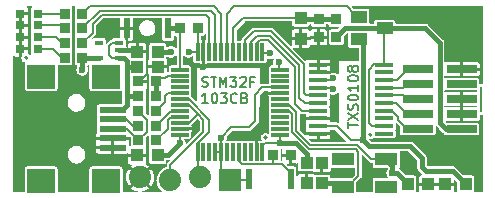
<source format=gbr>
%TF.GenerationSoftware,KiCad,Pcbnew,(6.0.7)*%
%TF.CreationDate,2022-08-30T17:51:16+02:00*%
%TF.ProjectId,blackmagic_richardeoin,626c6163-6b6d-4616-9769-635f72696368,rev?*%
%TF.SameCoordinates,Original*%
%TF.FileFunction,Copper,L1,Top*%
%TF.FilePolarity,Positive*%
%FSLAX46Y46*%
G04 Gerber Fmt 4.6, Leading zero omitted, Abs format (unit mm)*
G04 Created by KiCad (PCBNEW (6.0.7)) date 2022-08-30 17:51:16*
%MOMM*%
%LPD*%
G01*
G04 APERTURE LIST*
%TA.AperFunction,NonConductor*%
%ADD10C,0.200000*%
%TD*%
%ADD11C,0.150000*%
%TA.AperFunction,NonConductor*%
%ADD12C,0.150000*%
%TD*%
%TA.AperFunction,SMDPad,CuDef*%
%ADD13R,0.600000X1.700000*%
%TD*%
%TA.AperFunction,SMDPad,CuDef*%
%ADD14R,2.308000X0.500000*%
%TD*%
%TA.AperFunction,SMDPad,CuDef*%
%ADD15R,2.400000X2.000000*%
%TD*%
%TA.AperFunction,SMDPad,CuDef*%
%ADD16R,1.600000X0.350000*%
%TD*%
%TA.AperFunction,SMDPad,CuDef*%
%ADD17R,0.800000X0.800000*%
%TD*%
%TA.AperFunction,SMDPad,CuDef*%
%ADD18R,0.900000X0.900000*%
%TD*%
%TA.AperFunction,SMDPad,CuDef*%
%ADD19R,2.600000X0.650000*%
%TD*%
%TA.AperFunction,SMDPad,CuDef*%
%ADD20R,1.080000X1.050000*%
%TD*%
%TA.AperFunction,SMDPad,CuDef*%
%ADD21R,1.900000X1.100000*%
%TD*%
%TA.AperFunction,SMDPad,CuDef*%
%ADD22R,1.050000X1.080000*%
%TD*%
%TA.AperFunction,ComponentPad*%
%ADD23R,1.879600X1.879600*%
%TD*%
%TA.AperFunction,ComponentPad*%
%ADD24C,1.879600*%
%TD*%
%TA.AperFunction,SMDPad,CuDef*%
%ADD25R,1.400000X1.000000*%
%TD*%
%TA.AperFunction,SMDPad,CuDef*%
%ADD26R,0.800000X0.350000*%
%TD*%
%TA.AperFunction,SMDPad,CuDef*%
%ADD27R,1.500000X0.300000*%
%TD*%
%TA.AperFunction,SMDPad,CuDef*%
%ADD28R,0.300000X1.500000*%
%TD*%
%TA.AperFunction,ViaPad*%
%ADD29C,0.600000*%
%TD*%
%TA.AperFunction,Conductor*%
%ADD30C,0.400000*%
%TD*%
%TA.AperFunction,Conductor*%
%ADD31C,0.150000*%
%TD*%
%TA.AperFunction,Conductor*%
%ADD32C,0.200000*%
%TD*%
G04 APERTURE END LIST*
D10*
X149851100Y-93503600D02*
G75*
G03*
X149851100Y-93503600I-100000J0D01*
G01*
X178976100Y-100003600D02*
G75*
G03*
X178976100Y-100003600I-100000J0D01*
G01*
X170101100Y-100253600D02*
G75*
G03*
X170101100Y-100253600I-100000J0D01*
G01*
D11*
D12*
X164635504Y-95929147D02*
X164756933Y-95969623D01*
X164959314Y-95969623D01*
X165040266Y-95929147D01*
X165080742Y-95888671D01*
X165121219Y-95807719D01*
X165121219Y-95726766D01*
X165080742Y-95645814D01*
X165040266Y-95605338D01*
X164959314Y-95564861D01*
X164797409Y-95524385D01*
X164716457Y-95483909D01*
X164675980Y-95443433D01*
X164635504Y-95362480D01*
X164635504Y-95281528D01*
X164675980Y-95200576D01*
X164716457Y-95160100D01*
X164797409Y-95119623D01*
X164999790Y-95119623D01*
X165121219Y-95160100D01*
X165364076Y-95119623D02*
X165849790Y-95119623D01*
X165606933Y-95969623D02*
X165606933Y-95119623D01*
X166133123Y-95969623D02*
X166133123Y-95119623D01*
X166416457Y-95726766D01*
X166699790Y-95119623D01*
X166699790Y-95969623D01*
X167023600Y-95119623D02*
X167549790Y-95119623D01*
X167266457Y-95443433D01*
X167387885Y-95443433D01*
X167468838Y-95483909D01*
X167509314Y-95524385D01*
X167549790Y-95605338D01*
X167549790Y-95807719D01*
X167509314Y-95888671D01*
X167468838Y-95929147D01*
X167387885Y-95969623D01*
X167145028Y-95969623D01*
X167064076Y-95929147D01*
X167023600Y-95888671D01*
X167873600Y-95200576D02*
X167914076Y-95160100D01*
X167995028Y-95119623D01*
X168197409Y-95119623D01*
X168278361Y-95160100D01*
X168318838Y-95200576D01*
X168359314Y-95281528D01*
X168359314Y-95362480D01*
X168318838Y-95483909D01*
X167833123Y-95969623D01*
X168359314Y-95969623D01*
X169006933Y-95524385D02*
X168723600Y-95524385D01*
X168723600Y-95969623D02*
X168723600Y-95119623D01*
X169128361Y-95119623D01*
X165121219Y-97338123D02*
X164635504Y-97338123D01*
X164878361Y-97338123D02*
X164878361Y-96488123D01*
X164797409Y-96609552D01*
X164716457Y-96690504D01*
X164635504Y-96730980D01*
X165647409Y-96488123D02*
X165728361Y-96488123D01*
X165809314Y-96528600D01*
X165849790Y-96569076D01*
X165890266Y-96650028D01*
X165930742Y-96811933D01*
X165930742Y-97014314D01*
X165890266Y-97176219D01*
X165849790Y-97257171D01*
X165809314Y-97297647D01*
X165728361Y-97338123D01*
X165647409Y-97338123D01*
X165566457Y-97297647D01*
X165525980Y-97257171D01*
X165485504Y-97176219D01*
X165445028Y-97014314D01*
X165445028Y-96811933D01*
X165485504Y-96650028D01*
X165525980Y-96569076D01*
X165566457Y-96528600D01*
X165647409Y-96488123D01*
X166214076Y-96488123D02*
X166740266Y-96488123D01*
X166456933Y-96811933D01*
X166578361Y-96811933D01*
X166659314Y-96852409D01*
X166699790Y-96892885D01*
X166740266Y-96973838D01*
X166740266Y-97176219D01*
X166699790Y-97257171D01*
X166659314Y-97297647D01*
X166578361Y-97338123D01*
X166335504Y-97338123D01*
X166254552Y-97297647D01*
X166214076Y-97257171D01*
X167590266Y-97257171D02*
X167549790Y-97297647D01*
X167428361Y-97338123D01*
X167347409Y-97338123D01*
X167225980Y-97297647D01*
X167145028Y-97216695D01*
X167104552Y-97135742D01*
X167064076Y-96973838D01*
X167064076Y-96852409D01*
X167104552Y-96690504D01*
X167145028Y-96609552D01*
X167225980Y-96528600D01*
X167347409Y-96488123D01*
X167428361Y-96488123D01*
X167549790Y-96528600D01*
X167590266Y-96569076D01*
X168237885Y-96892885D02*
X168359314Y-96933361D01*
X168399790Y-96973838D01*
X168440266Y-97054790D01*
X168440266Y-97176219D01*
X168399790Y-97257171D01*
X168359314Y-97297647D01*
X168278361Y-97338123D01*
X167954552Y-97338123D01*
X167954552Y-96488123D01*
X168237885Y-96488123D01*
X168318838Y-96528600D01*
X168359314Y-96569076D01*
X168399790Y-96650028D01*
X168399790Y-96730980D01*
X168359314Y-96811933D01*
X168318838Y-96852409D01*
X168237885Y-96892885D01*
X167954552Y-96892885D01*
D11*
D12*
X176985623Y-99450147D02*
X176985623Y-98964433D01*
X177835623Y-99207290D02*
X176985623Y-99207290D01*
X176985623Y-98762052D02*
X177835623Y-98195385D01*
X176985623Y-98195385D02*
X177835623Y-98762052D01*
X177795147Y-97912052D02*
X177835623Y-97790623D01*
X177835623Y-97588242D01*
X177795147Y-97507290D01*
X177754671Y-97466814D01*
X177673719Y-97426338D01*
X177592766Y-97426338D01*
X177511814Y-97466814D01*
X177471338Y-97507290D01*
X177430861Y-97588242D01*
X177390385Y-97750147D01*
X177349909Y-97831100D01*
X177309433Y-97871576D01*
X177228480Y-97912052D01*
X177147528Y-97912052D01*
X177066576Y-97871576D01*
X177026100Y-97831100D01*
X176985623Y-97750147D01*
X176985623Y-97547766D01*
X177026100Y-97426338D01*
X176985623Y-96900147D02*
X176985623Y-96819195D01*
X177026100Y-96738242D01*
X177066576Y-96697766D01*
X177147528Y-96657290D01*
X177309433Y-96616814D01*
X177511814Y-96616814D01*
X177673719Y-96657290D01*
X177754671Y-96697766D01*
X177795147Y-96738242D01*
X177835623Y-96819195D01*
X177835623Y-96900147D01*
X177795147Y-96981100D01*
X177754671Y-97021576D01*
X177673719Y-97062052D01*
X177511814Y-97102528D01*
X177309433Y-97102528D01*
X177147528Y-97062052D01*
X177066576Y-97021576D01*
X177026100Y-96981100D01*
X176985623Y-96900147D01*
X177835623Y-95807290D02*
X177835623Y-96293004D01*
X177835623Y-96050147D02*
X176985623Y-96050147D01*
X177107052Y-96131100D01*
X177188004Y-96212052D01*
X177228480Y-96293004D01*
X176985623Y-95281100D02*
X176985623Y-95200147D01*
X177026100Y-95119195D01*
X177066576Y-95078719D01*
X177147528Y-95038242D01*
X177309433Y-94997766D01*
X177511814Y-94997766D01*
X177673719Y-95038242D01*
X177754671Y-95078719D01*
X177795147Y-95119195D01*
X177835623Y-95200147D01*
X177835623Y-95281100D01*
X177795147Y-95362052D01*
X177754671Y-95402528D01*
X177673719Y-95443004D01*
X177511814Y-95483480D01*
X177309433Y-95483480D01*
X177147528Y-95443004D01*
X177066576Y-95402528D01*
X177026100Y-95362052D01*
X176985623Y-95281100D01*
X177349909Y-94512052D02*
X177309433Y-94593004D01*
X177268957Y-94633480D01*
X177188004Y-94673957D01*
X177147528Y-94673957D01*
X177066576Y-94633480D01*
X177026100Y-94593004D01*
X176985623Y-94512052D01*
X176985623Y-94350147D01*
X177026100Y-94269195D01*
X177066576Y-94228719D01*
X177147528Y-94188242D01*
X177188004Y-94188242D01*
X177268957Y-94228719D01*
X177309433Y-94269195D01*
X177349909Y-94350147D01*
X177349909Y-94512052D01*
X177390385Y-94593004D01*
X177430861Y-94633480D01*
X177511814Y-94673957D01*
X177673719Y-94673957D01*
X177754671Y-94633480D01*
X177795147Y-94593004D01*
X177835623Y-94512052D01*
X177835623Y-94350147D01*
X177795147Y-94269195D01*
X177754671Y-94228719D01*
X177673719Y-94188242D01*
X177511814Y-94188242D01*
X177430861Y-94228719D01*
X177390385Y-94269195D01*
X177349909Y-94350147D01*
D13*
%TO.P,BTN2,1*%
%TO.N,BOOT0*%
X172126100Y-103753600D03*
%TO.P,BTN2,2*%
%TO.N,3.3V*%
X168626100Y-103753600D03*
%TD*%
D14*
%TO.P,CN1,D+*%
%TO.N,D+*%
X157065100Y-99503600D03*
%TO.P,CN1,D-*%
%TO.N,D-*%
X157065100Y-98703600D03*
%TO.P,CN1,GND*%
%TO.N,GND*%
X157065100Y-101103600D03*
D15*
%TO.P,CN1,GND1*%
%TO.N,N/C*%
X151001100Y-95103600D03*
%TO.P,CN1,GND2*%
X156501100Y-95103600D03*
%TO.P,CN1,GND3*%
X156501100Y-103903600D03*
%TO.P,CN1,GND4*%
X151001100Y-103903600D03*
D14*
%TO.P,CN1,ID*%
%TO.N,GND*%
X157065100Y-100303600D03*
%TO.P,CN1,VBUS*%
%TO.N,5.0V*%
X157065100Y-97903600D03*
%TD*%
D16*
%TO.P,IC2,1*%
%TO.N,N/C*%
X180051100Y-99928600D03*
%TO.P,IC2,2*%
%TO.N,TPWR*%
X180051100Y-99278600D03*
%TO.P,IC2,3*%
%TO.N,N/C*%
X180051100Y-98628600D03*
%TO.P,IC2,4*%
%TO.N,TARGET_TMS*%
X180051100Y-97978600D03*
%TO.P,IC2,5*%
%TO.N,TARGET_TCK*%
X180051100Y-97328600D03*
%TO.P,IC2,6*%
%TO.N,TARGET_TDO*%
X180051100Y-96678600D03*
%TO.P,IC2,7*%
%TO.N,TARGET_TDI*%
X180051100Y-96028600D03*
%TO.P,IC2,8*%
%TO.N,TARGET_RST*%
X180051100Y-95378600D03*
%TO.P,IC2,9*%
%TO.N,N/C*%
X180051100Y-94728600D03*
%TO.P,IC2,10*%
%TO.N,TPWR*%
X180051100Y-94078600D03*
%TO.P,IC2,11*%
%TO.N,GND*%
X174451100Y-94078600D03*
%TO.P,IC2,12*%
X174451100Y-94728600D03*
%TO.P,IC2,13*%
%TO.N,RST*%
X174451100Y-95378600D03*
%TO.P,IC2,14*%
%TO.N,TDI*%
X174451100Y-96028600D03*
%TO.P,IC2,15*%
%TO.N,TDO*%
X174451100Y-96678600D03*
%TO.P,IC2,16*%
%TO.N,TCK*%
X174451100Y-97328600D03*
%TO.P,IC2,17*%
%TO.N,TMS*%
X174451100Y-97978600D03*
%TO.P,IC2,18*%
%TO.N,GND*%
X174451100Y-98628600D03*
%TO.P,IC2,19*%
%TO.N,3.3V*%
X174451100Y-99278600D03*
%TO.P,IC2,20*%
%TO.N,GND*%
X174451100Y-99928600D03*
%TD*%
D17*
%TO.P,D2,A*%
%TO.N,N$2*%
X150751100Y-91753600D03*
%TO.P,D2,C*%
%TO.N,GND*%
X149251100Y-91753600D03*
%TD*%
D18*
%TO.P,R10,1*%
%TO.N,LED2*%
X154501100Y-92253600D03*
%TO.P,R10,2*%
%TO.N,N$2*%
X153001100Y-92253600D03*
%TD*%
%TO.P,R7,1*%
%TO.N,VBUS*%
X160751100Y-96753600D03*
%TO.P,R7,2*%
%TO.N,5.0V*%
X159251100Y-96753600D03*
%TD*%
%TO.P,R5,1*%
%TO.N,FORCE_BOOTLOADER*%
X162751100Y-91003600D03*
%TO.P,R5,2*%
%TO.N,3.3V*%
X164251100Y-91003600D03*
%TD*%
%TO.P,R8,1*%
%TO.N,TARGET_POWER_ADC*%
X176001100Y-90253600D03*
%TO.P,R8,2*%
%TO.N,TPWR*%
X176001100Y-91753600D03*
%TD*%
%TO.P,R1,1*%
%TO.N,USB_DP*%
X160751100Y-100503600D03*
%TO.P,R1,2*%
%TO.N,D+*%
X159251100Y-100503600D03*
%TD*%
D19*
%TO.P,JTAG1,1*%
%TO.N,TPWR*%
X186601100Y-99543600D03*
%TO.P,JTAG1,2*%
%TO.N,TARGET_TMS*%
X182901100Y-99543600D03*
%TO.P,JTAG1,3*%
%TO.N,GND*%
X186601100Y-98273600D03*
%TO.P,JTAG1,4*%
%TO.N,TARGET_TCK*%
X182901100Y-98273600D03*
%TO.P,JTAG1,5*%
%TO.N,GND*%
X186601100Y-97003600D03*
%TO.P,JTAG1,6*%
%TO.N,TARGET_TDO*%
X182901100Y-97003600D03*
%TO.P,JTAG1,7*%
%TO.N,N/C*%
X186601100Y-95733600D03*
%TO.P,JTAG1,8*%
%TO.N,TARGET_TDI*%
X182901100Y-95733600D03*
%TO.P,JTAG1,9*%
%TO.N,GND*%
X186601100Y-94463600D03*
%TO.P,JTAG1,10*%
%TO.N,TARGET_RST*%
X182901100Y-94463600D03*
%TD*%
D18*
%TO.P,R2,1*%
%TO.N,USB_DM*%
X160751100Y-99253600D03*
%TO.P,R2,2*%
%TO.N,D-*%
X159251100Y-99253600D03*
%TD*%
%TO.P,R12,1*%
%TO.N,LED0*%
X154501100Y-89753600D03*
%TO.P,R12,2*%
%TO.N,N$8*%
X153001100Y-89753600D03*
%TD*%
D20*
%TO.P,C7,1*%
%TO.N,GND*%
X174751100Y-102378600D03*
%TO.P,C7,2*%
%TO.N,OSC_IN*%
X174751100Y-104128600D03*
%TD*%
D17*
%TO.P,D3,A*%
%TO.N,N$6*%
X150751100Y-90753600D03*
%TO.P,D3,C*%
%TO.N,GND*%
X149251100Y-90753600D03*
%TD*%
D21*
%TO.P,Y1,1*%
%TO.N,LPC_XTAL2*%
X180226100Y-102103600D03*
%TO.P,Y1,2*%
%TO.N,N/C*%
X176526100Y-102103600D03*
%TO.P,Y1,3*%
%TO.N,OSC_IN*%
X176526100Y-104403600D03*
%TO.P,Y1,4*%
%TO.N,N/C*%
X180226100Y-104403600D03*
%TD*%
D22*
%TO.P,C2,1*%
%TO.N,3.3V*%
X160876100Y-93003600D03*
%TO.P,C2,2*%
%TO.N,GND*%
X159126100Y-93003600D03*
%TD*%
D13*
%TO.P,BTN1,1*%
%TO.N,FORCE_BOOTLOADER*%
X161751100Y-91003600D03*
%TO.P,BTN1,2*%
%TO.N,GND*%
X158251100Y-91003600D03*
%TD*%
D18*
%TO.P,R11,1*%
%TO.N,LED1*%
X154501100Y-91003600D03*
%TO.P,R11,2*%
%TO.N,N$6*%
X153001100Y-91003600D03*
%TD*%
D23*
%TO.P,JP1,1*%
%TO.N,3.3V*%
X167001100Y-103880600D03*
D24*
%TO.P,JP1,2*%
%TO.N,TXD*%
X164461100Y-103626600D03*
%TO.P,JP1,3*%
%TO.N,RXD*%
X161921100Y-103880600D03*
%TO.P,JP1,4*%
%TO.N,GND*%
X159381100Y-103626600D03*
%TD*%
D25*
%TO.P,Q1,1*%
%TO.N,PWR_BR*%
X177901100Y-90053600D03*
%TO.P,Q1,2*%
%TO.N,3.3V*%
X177901100Y-91953600D03*
%TO.P,Q1,3*%
%TO.N,TPWR*%
X180101100Y-91003600D03*
%TD*%
D26*
%TO.P,IC3,1*%
%TO.N,5.0V*%
X157601100Y-93528600D03*
%TO.P,IC3,2*%
%TO.N,GND*%
X157601100Y-92878600D03*
%TO.P,IC3,3*%
%TO.N,5.0V*%
X157601100Y-92228600D03*
%TO.P,IC3,4*%
%TO.N,N/C*%
X155901100Y-92228600D03*
%TO.P,IC3,5*%
%TO.N,3.3V*%
X155901100Y-93528600D03*
%TD*%
D18*
%TO.P,R6,1*%
%TO.N,GND*%
X174501100Y-91753600D03*
%TO.P,R6,2*%
%TO.N,TARGET_POWER_ADC*%
X174501100Y-90253600D03*
%TD*%
D22*
%TO.P,C5,1*%
%TO.N,3.3V*%
X160876100Y-101753600D03*
%TO.P,C5,2*%
%TO.N,GND*%
X159126100Y-101753600D03*
%TD*%
%TO.P,C1,1*%
%TO.N,5.0V*%
X159126100Y-94253600D03*
%TO.P,C1,2*%
%TO.N,GND*%
X160876100Y-94253600D03*
%TD*%
%TO.P,C4,2*%
%TO.N,GND*%
X185200000Y-104200000D03*
%TO.P,C4,1*%
%TO.N,3.3V*%
X186950000Y-104200000D03*
%TD*%
D18*
%TO.P,R13,1*%
%TO.N,GND*%
X172126100Y-101753600D03*
%TO.P,R13,2*%
%TO.N,BOOT0*%
X170626100Y-101753600D03*
%TD*%
D17*
%TO.P,D1,A*%
%TO.N,N$4*%
X150751100Y-92753600D03*
%TO.P,D1,C*%
%TO.N,GND*%
X149251100Y-92753600D03*
%TD*%
D20*
%TO.P,C3,1*%
%TO.N,3.3V*%
X173501100Y-102378600D03*
%TO.P,C3,2*%
%TO.N,GND*%
X173501100Y-104128600D03*
%TD*%
D18*
%TO.P,R4,1*%
%TO.N,GND*%
X159251100Y-95503600D03*
%TO.P,R4,2*%
%TO.N,VBUS*%
X160751100Y-95503600D03*
%TD*%
%TO.P,R3,1*%
%TO.N,USB_ENUMERATE*%
X160751100Y-98003600D03*
%TO.P,R3,2*%
%TO.N,D+*%
X159251100Y-98003600D03*
%TD*%
D27*
%TO.P,IC1,1*%
%TO.N,3.3V*%
X171251100Y-100003600D03*
%TO.P,IC1,2*%
%TO.N,N/C*%
X171251100Y-99503600D03*
%TO.P,IC1,3*%
X171251100Y-99003600D03*
%TO.P,IC1,4*%
X171251100Y-98503600D03*
%TO.P,IC1,5*%
%TO.N,OSC_IN*%
X171251100Y-98003600D03*
%TO.P,IC1,6*%
%TO.N,LPC_XTAL2*%
X171251100Y-97503600D03*
%TO.P,IC1,7*%
%TO.N,N/C*%
X171251100Y-97003600D03*
%TO.P,IC1,8*%
%TO.N,GND*%
X171251100Y-96503600D03*
%TO.P,IC1,9*%
%TO.N,3.3V*%
X171251100Y-96003600D03*
%TO.P,IC1,10*%
%TO.N,N/C*%
X171251100Y-95503600D03*
%TO.P,IC1,11*%
X171251100Y-95003600D03*
%TO.P,IC1,12*%
%TO.N,RST*%
X171251100Y-94503600D03*
D28*
%TO.P,IC1,13*%
%TO.N,TDI*%
X169751100Y-93003600D03*
%TO.P,IC1,14*%
%TO.N,TMS*%
X169251100Y-93003600D03*
%TO.P,IC1,15*%
%TO.N,TCK*%
X168751100Y-93003600D03*
%TO.P,IC1,16*%
%TO.N,TDO*%
X168251100Y-93003600D03*
%TO.P,IC1,17*%
%TO.N,N/C*%
X167751100Y-93003600D03*
%TO.P,IC1,18*%
%TO.N,TARGET_POWER_ADC*%
X167251100Y-93003600D03*
%TO.P,IC1,19*%
%TO.N,PWR_BR*%
X166751100Y-93003600D03*
%TO.P,IC1,20*%
%TO.N,LED0*%
X166251100Y-93003600D03*
%TO.P,IC1,21*%
%TO.N,LED1*%
X165751100Y-93003600D03*
%TO.P,IC1,22*%
%TO.N,LED2*%
X165251100Y-93003600D03*
%TO.P,IC1,23*%
%TO.N,GND*%
X164751100Y-93003600D03*
%TO.P,IC1,24*%
%TO.N,3.3V*%
X164251100Y-93003600D03*
D27*
%TO.P,IC1,25*%
%TO.N,FORCE_BOOTLOADER*%
X162751100Y-94503600D03*
%TO.P,IC1,26*%
%TO.N,VBUS*%
X162751100Y-95003600D03*
%TO.P,IC1,27*%
%TO.N,N/C*%
X162751100Y-95503600D03*
%TO.P,IC1,28*%
X162751100Y-96003600D03*
%TO.P,IC1,29*%
%TO.N,USB_ENUMERATE*%
X162751100Y-96503600D03*
%TO.P,IC1,30*%
%TO.N,TXD*%
X162751100Y-97003600D03*
%TO.P,IC1,31*%
%TO.N,RXD*%
X162751100Y-97503600D03*
%TO.P,IC1,32*%
%TO.N,USB_DM*%
X162751100Y-98003600D03*
%TO.P,IC1,33*%
%TO.N,USB_DP*%
X162751100Y-98503600D03*
%TO.P,IC1,34*%
%TO.N,RXD*%
X162751100Y-99003600D03*
%TO.P,IC1,35*%
%TO.N,GND*%
X162751100Y-99503600D03*
%TO.P,IC1,36*%
%TO.N,3.3V*%
X162751100Y-100003600D03*
D28*
%TO.P,IC1,37*%
%TO.N,TXD*%
X164251100Y-101503600D03*
%TO.P,IC1,38*%
%TO.N,N/C*%
X164751100Y-101503600D03*
%TO.P,IC1,39*%
X165251100Y-101503600D03*
%TO.P,IC1,40*%
%TO.N,3.3V*%
X165751100Y-101503600D03*
%TO.P,IC1,41*%
X166251100Y-101503600D03*
%TO.P,IC1,42*%
%TO.N,N/C*%
X166751100Y-101503600D03*
%TO.P,IC1,43*%
X167251100Y-101503600D03*
%TO.P,IC1,44*%
%TO.N,BOOT0*%
X167751100Y-101503600D03*
%TO.P,IC1,45*%
%TO.N,N/C*%
X168251100Y-101503600D03*
%TO.P,IC1,46*%
X168751100Y-101503600D03*
%TO.P,IC1,47*%
%TO.N,GND*%
X169251100Y-101503600D03*
%TO.P,IC1,48*%
%TO.N,3.3V*%
X169751100Y-101503600D03*
%TD*%
D22*
%TO.P,C8,2*%
%TO.N,LPC_XTAL2*%
X182050000Y-104200000D03*
%TO.P,C8,1*%
%TO.N,GND*%
X183800000Y-104200000D03*
%TD*%
D20*
%TO.P,C6,1*%
%TO.N,TARGET_POWER_ADC*%
X173001100Y-90128600D03*
%TO.P,C6,2*%
%TO.N,GND*%
X173001100Y-91878600D03*
%TD*%
D18*
%TO.P,R9,1*%
%TO.N,3.3V*%
X154501100Y-93503600D03*
%TO.P,R9,2*%
%TO.N,N$4*%
X153001100Y-93503600D03*
%TD*%
D17*
%TO.P,D4,A*%
%TO.N,N$8*%
X150751100Y-89753600D03*
%TO.P,D4,C*%
%TO.N,GND*%
X149251100Y-89753600D03*
%TD*%
D29*
%TO.N,GND*%
X182275000Y-102825000D03*
X154001100Y-104503600D03*
X183001100Y-89503600D03*
X164751100Y-94253600D03*
X149001100Y-94503600D03*
X158001100Y-102003600D03*
%TO.N,LPC_XTAL2*%
X180751100Y-103253600D03*
%TO.N,GND*%
X156751100Y-91003600D03*
X164001100Y-99503600D03*
X188001100Y-89503600D03*
X169251100Y-100003600D03*
X159126100Y-91878600D03*
X178376100Y-104503600D03*
X188001100Y-93503600D03*
X162001100Y-93753600D03*
X175751100Y-94378600D03*
X149001100Y-104503600D03*
X176001100Y-103253600D03*
X149001100Y-99503600D03*
X170001100Y-96753600D03*
X188001100Y-100503600D03*
X188001100Y-104503600D03*
X175751100Y-100003600D03*
%TO.N,RST*%
X175751100Y-95253600D03*
X171126100Y-93878600D03*
%TO.N,TDI*%
X170376100Y-93128600D03*
X175751100Y-96128600D03*
%TO.N,3.3V*%
X162001100Y-93003600D03*
X178251100Y-100503600D03*
X162751100Y-100753600D03*
X166251100Y-100253600D03*
X171251100Y-100753600D03*
X154501100Y-94503600D03*
X163501100Y-93003600D03*
%TD*%
D30*
%TO.N,LPC_XTAL2*%
X181103600Y-103253600D02*
X182050000Y-104200000D01*
X180751100Y-103253600D02*
X181103600Y-103253600D01*
X180751100Y-102628600D02*
X180751100Y-103253600D01*
X180226100Y-102103600D02*
X180751100Y-102628600D01*
%TO.N,3.3V*%
X185850000Y-103100000D02*
X186950000Y-104200000D01*
X183575000Y-103100000D02*
X185850000Y-103100000D01*
X183251100Y-102003600D02*
X183251100Y-102776100D01*
X182251100Y-101003600D02*
X183251100Y-102003600D01*
X183251100Y-102776100D02*
X183575000Y-103100000D01*
X178751100Y-101003600D02*
X182251100Y-101003600D01*
X178251100Y-100503600D02*
X178751100Y-101003600D01*
D31*
%TO.N,TARGET_RST*%
X181126100Y-95378600D02*
X182001100Y-94503600D01*
X182001100Y-94503600D02*
X183111100Y-94503600D01*
X183111100Y-94503600D02*
X182901100Y-94463600D01*
X180051100Y-95378600D02*
X181126100Y-95378600D01*
%TO.N,TARGET_TDI*%
X180051100Y-96028600D02*
X181606100Y-96028600D01*
X182021100Y-95733600D02*
X182901100Y-95733600D01*
X181606100Y-96028600D02*
X182001100Y-95753600D01*
%TO.N,TARGET_TDO*%
X181676100Y-96678600D02*
X180051100Y-96678600D01*
X182001100Y-97003600D02*
X181676100Y-96678600D01*
X182901100Y-97003600D02*
X182001100Y-97003600D01*
%TO.N,TARGET_TCK*%
X182001100Y-98253600D02*
X181076100Y-97328600D01*
X182881100Y-98253600D02*
X182001100Y-98253600D01*
X182901100Y-98273600D02*
X182881100Y-98253600D01*
X181076100Y-97328600D02*
X180051100Y-97328600D01*
%TO.N,TARGET_TMS*%
X181251100Y-98503600D02*
X181251100Y-98753600D01*
X180726100Y-97978600D02*
X181251100Y-98503600D01*
X180051100Y-97978600D02*
X180726100Y-97978600D01*
X181251100Y-98753600D02*
X182001100Y-99503600D01*
X182001100Y-99503600D02*
X182861100Y-99503600D01*
X182861100Y-99503600D02*
X182901100Y-99543600D01*
D30*
%TO.N,TPWR*%
X186601100Y-99543600D02*
X185291100Y-99543600D01*
X183501100Y-91003600D02*
X180101100Y-91003600D01*
X184751100Y-92253600D02*
X183501100Y-91003600D01*
X185291100Y-99543600D02*
X184751100Y-99003600D01*
X184751100Y-99003600D02*
X184751100Y-92253600D01*
D31*
%TO.N,GND*%
X173501100Y-103378600D02*
X173501100Y-104128600D01*
D32*
X160001100Y-94253600D02*
X160876100Y-94253600D01*
X159251100Y-95503600D02*
X159376100Y-95378600D01*
D31*
X172688600Y-103191100D02*
X172751100Y-103253600D01*
X172688600Y-102691100D02*
X172688600Y-103191100D01*
X172251100Y-102503600D02*
X172501100Y-102503600D01*
X172126100Y-101753600D02*
X172126100Y-102378600D01*
D32*
X159501100Y-95378600D02*
X160001100Y-94878600D01*
D31*
X173376100Y-103253600D02*
X173501100Y-103378600D01*
X172126100Y-102378600D02*
X172251100Y-102503600D01*
D30*
X157601100Y-92878600D02*
X159001100Y-92878600D01*
D32*
X159376100Y-95378600D02*
X159501100Y-95378600D01*
D31*
X172751100Y-103253600D02*
X173376100Y-103253600D01*
D30*
X159001100Y-92878600D02*
X159126100Y-93003600D01*
D32*
X160001100Y-94878600D02*
X160001100Y-94253600D01*
D31*
X172501100Y-102503600D02*
X172688600Y-102691100D01*
D30*
%TO.N,OSC_IN*%
X176526100Y-104403600D02*
X176251100Y-104128600D01*
D31*
X176526100Y-104403600D02*
X176976100Y-104403600D01*
X172001100Y-98003600D02*
X171251100Y-98003600D01*
X172251100Y-98253600D02*
X172001100Y-98003600D01*
X172251100Y-99776100D02*
X172251100Y-98253600D01*
X177876100Y-101503600D02*
X177626100Y-101253600D01*
X177626100Y-101253600D02*
X173728600Y-101253600D01*
D30*
X176251100Y-104128600D02*
X174751100Y-104128600D01*
D31*
X177876100Y-103503600D02*
X177876100Y-101503600D01*
X176976100Y-104403600D02*
X177876100Y-103503600D01*
X173728600Y-101253600D02*
X172251100Y-99776100D01*
%TO.N,USB_ENUMERATE*%
X161501100Y-97253600D02*
X160751100Y-98003600D01*
X161501100Y-96753600D02*
X161501100Y-97253600D01*
X161751100Y-96503600D02*
X161501100Y-96753600D01*
X162751100Y-96503600D02*
X161751100Y-96503600D01*
%TO.N,USB_DM*%
X162751100Y-98003600D02*
X162001100Y-98003600D01*
X162001100Y-98003600D02*
X160751100Y-99253600D01*
%TO.N,USB_DP*%
X162751100Y-98503600D02*
X162001100Y-98503600D01*
X161751100Y-99503600D02*
X160751100Y-100503600D01*
X162001100Y-98503600D02*
X161751100Y-98753600D01*
X161751100Y-98753600D02*
X161751100Y-99503600D01*
%TO.N,LED2*%
X155376100Y-91378600D02*
X155376100Y-90628600D01*
X155376100Y-90628600D02*
X156126100Y-89878600D01*
X165251100Y-90128600D02*
X165251100Y-93003600D01*
X165001100Y-89878600D02*
X165251100Y-90128600D01*
X156126100Y-89878600D02*
X165001100Y-89878600D01*
X154501100Y-92253600D02*
X155376100Y-91378600D01*
%TO.N,LED1*%
X154501100Y-91003600D02*
X156001100Y-89503600D01*
X156001100Y-89503600D02*
X165376100Y-89503600D01*
X165376100Y-89503600D02*
X165751100Y-89878600D01*
X165751100Y-89878600D02*
X165751100Y-93003600D01*
%TO.N,LED0*%
X154501100Y-89753600D02*
X155126100Y-89128600D01*
X155126100Y-89128600D02*
X165626100Y-89128600D01*
X165626100Y-89128600D02*
X166251100Y-89753600D01*
X166251100Y-89753600D02*
X166251100Y-93003600D01*
%TO.N,RST*%
X171126100Y-94378600D02*
X171126100Y-93878600D01*
D32*
X175626100Y-95378600D02*
X174451100Y-95378600D01*
X175751100Y-95253600D02*
X175626100Y-95378600D01*
D31*
X171251100Y-94503600D02*
X171126100Y-94378600D01*
D32*
%TO.N,TDI*%
X174451100Y-96028600D02*
X175651100Y-96028600D01*
D31*
X169876100Y-93128600D02*
X170376100Y-93128600D01*
D32*
X175651100Y-96028600D02*
X175751100Y-96128600D01*
D31*
X169751100Y-93003600D02*
X169876100Y-93128600D01*
%TO.N,TMS*%
X169501100Y-92003600D02*
X169251100Y-92253600D01*
X170251100Y-92003600D02*
X169501100Y-92003600D01*
X172501100Y-94253600D02*
X170251100Y-92003600D01*
X174451100Y-97978600D02*
X173101100Y-97978600D01*
X172501100Y-97378600D02*
X172501100Y-94253600D01*
X173101100Y-97978600D02*
X172501100Y-97378600D01*
X169251100Y-92253600D02*
X169251100Y-93003600D01*
%TO.N,TCK*%
X172876100Y-94128600D02*
X170376100Y-91628600D01*
X172876100Y-96878600D02*
X172876100Y-94128600D01*
X174451100Y-97328600D02*
X173326100Y-97328600D01*
X173326100Y-97328600D02*
X172876100Y-96878600D01*
X170376100Y-91628600D02*
X169251100Y-91628600D01*
X169251100Y-91628600D02*
X168751100Y-92128600D01*
X168751100Y-92128600D02*
X168751100Y-93003600D01*
%TO.N,TDO*%
X174451100Y-96678600D02*
X173426100Y-96678600D01*
X173251100Y-96503600D02*
X173251100Y-94003600D01*
X170501100Y-91253600D02*
X169001100Y-91253600D01*
X169001100Y-91253600D02*
X168251100Y-92003600D01*
X173251100Y-94003600D02*
X170501100Y-91253600D01*
X173426100Y-96678600D02*
X173251100Y-96503600D01*
X168251100Y-92003600D02*
X168251100Y-93003600D01*
%TO.N,PWR_BR*%
X166751100Y-93003600D02*
X166751100Y-89753600D01*
X167376100Y-89128600D02*
X176876100Y-89128600D01*
X177601100Y-89753600D02*
X177901100Y-90053600D01*
X177501100Y-89753600D02*
X177601100Y-89753600D01*
X176876100Y-89128600D02*
X177501100Y-89753600D01*
X166751100Y-89753600D02*
X167376100Y-89128600D01*
D32*
%TO.N,TPWR*%
X179026100Y-99278600D02*
X178751100Y-99003600D01*
D30*
X176751100Y-91003600D02*
X176001100Y-91753600D01*
D32*
X180051100Y-91053600D02*
X180101100Y-91003600D01*
D30*
X180101100Y-91003600D02*
X176751100Y-91003600D01*
D32*
X180051100Y-94078600D02*
X180051100Y-91053600D01*
X180051100Y-99278600D02*
X179026100Y-99278600D01*
X178751100Y-94503600D02*
X179188600Y-94066100D01*
X178751100Y-99003600D02*
X178751100Y-94503600D01*
X179188600Y-94066100D02*
X179913600Y-94066100D01*
X179913600Y-94066100D02*
X180051100Y-94078600D01*
D31*
%TO.N,RXD*%
X162751100Y-99003600D02*
X163501100Y-99003600D01*
X164251100Y-98253600D02*
X164751100Y-98753600D01*
X161921100Y-103880600D02*
X161921100Y-102583600D01*
X163501100Y-97503600D02*
X164251100Y-98253600D01*
X163501100Y-97503600D02*
X162751100Y-97503600D01*
X163501100Y-99003600D02*
X164251100Y-98253600D01*
X161921100Y-102583600D02*
X164751100Y-99753600D01*
X164751100Y-99753600D02*
X164751100Y-98753600D01*
%TO.N,TXD*%
X164251100Y-101503600D02*
X164251100Y-100753600D01*
X164251100Y-100753600D02*
X165251100Y-99753600D01*
X165251100Y-98753600D02*
X165251100Y-99753600D01*
X163501100Y-97003600D02*
X165251100Y-98753600D01*
X162751100Y-97003600D02*
X163501100Y-97003600D01*
X164461100Y-103626600D02*
X164251100Y-103416600D01*
X164251100Y-103416600D02*
X164251100Y-101503600D01*
D30*
%TO.N,3.3V*%
X154501100Y-93553600D02*
X154501100Y-94503600D01*
D32*
X166251100Y-103130600D02*
X166251100Y-101503600D01*
X168626100Y-103753600D02*
X168624100Y-103880600D01*
D30*
X171251100Y-100753600D02*
X172626100Y-100753600D01*
D32*
X168624100Y-103880600D02*
X167001100Y-103880600D01*
X177251100Y-100503600D02*
X178251100Y-100503600D01*
X171251100Y-96003600D02*
X169751100Y-96003600D01*
D30*
X178300000Y-100454700D02*
X178251100Y-100503600D01*
D32*
X169126100Y-96628600D02*
X169126100Y-98878600D01*
X176026100Y-99278600D02*
X177251100Y-100503600D01*
X167001100Y-103880600D02*
X166251100Y-103130600D01*
D30*
X178300000Y-92352500D02*
X178300000Y-100454700D01*
D32*
X162751100Y-100003600D02*
X162751100Y-100753600D01*
D31*
X164251100Y-91003600D02*
X164251100Y-93003600D01*
D30*
X160876100Y-93003600D02*
X162001100Y-93003600D01*
D32*
X171251100Y-100753600D02*
X170001100Y-100753600D01*
D30*
X173501100Y-101628600D02*
X173501100Y-102378600D01*
D32*
X166251100Y-101503600D02*
X166251100Y-100253600D01*
D30*
X172626100Y-100753600D02*
X173501100Y-101628600D01*
X161751100Y-101753600D02*
X162751100Y-100753600D01*
X160876100Y-101753600D02*
X161751100Y-101753600D01*
D32*
X169751100Y-96003600D02*
X169126100Y-96628600D01*
X167126100Y-99378600D02*
X166251100Y-100253600D01*
X164251100Y-93003600D02*
X163501100Y-93003600D01*
D30*
X154526100Y-93528600D02*
X154501100Y-93503600D01*
D32*
X168626100Y-99378600D02*
X167126100Y-99378600D01*
X174451100Y-99278600D02*
X176026100Y-99278600D01*
D30*
X155901100Y-93528600D02*
X154526100Y-93528600D01*
D32*
X165751100Y-101503600D02*
X166251100Y-101503600D01*
X171251100Y-100003600D02*
X171251100Y-100753600D01*
D30*
X177901100Y-91953600D02*
X178300000Y-92352500D01*
X154526100Y-93528600D02*
X154501100Y-93553600D01*
D32*
X169126100Y-98878600D02*
X168626100Y-99378600D01*
X169751100Y-101003600D02*
X169751100Y-101503600D01*
X170001100Y-100753600D02*
X169751100Y-101003600D01*
D31*
%TO.N,D+*%
X160001100Y-98753600D02*
X160001100Y-99753600D01*
X157065100Y-99503600D02*
X158251100Y-99503600D01*
X158251100Y-99503600D02*
X159251100Y-100503600D01*
X160001100Y-99753600D02*
X159251100Y-100503600D01*
X159251100Y-98003600D02*
X160001100Y-98753600D01*
%TO.N,D-*%
X157065100Y-98703600D02*
X158201100Y-98703600D01*
X158201100Y-98703600D02*
X158751100Y-99253600D01*
X158751100Y-99253600D02*
X159251100Y-99253600D01*
D30*
%TO.N,5.0V*%
X158251100Y-93753600D02*
X158026100Y-93528600D01*
X158251100Y-94253600D02*
X158251100Y-96753600D01*
D31*
X157026100Y-93528600D02*
X156751100Y-93253600D01*
D30*
X158026100Y-93528600D02*
X157601100Y-93528600D01*
D31*
X156751100Y-92503600D02*
X157026100Y-92228600D01*
X156751100Y-93253600D02*
X156751100Y-92503600D01*
X157601100Y-93528600D02*
X157026100Y-93528600D01*
D30*
X157851100Y-97903600D02*
X157065100Y-97903600D01*
X159126100Y-94253600D02*
X158251100Y-94253600D01*
D31*
X157026100Y-92228600D02*
X157601100Y-92228600D01*
D30*
X159251100Y-96753600D02*
X158251100Y-96753600D01*
X158251100Y-97503600D02*
X157851100Y-97903600D01*
X158251100Y-94253600D02*
X158251100Y-93753600D01*
X158251100Y-96753600D02*
X158251100Y-97503600D01*
D31*
%TO.N,VBUS*%
X161501100Y-95253600D02*
X160751100Y-95253600D01*
X160751100Y-95253600D02*
X160751100Y-95503600D01*
D30*
X160751100Y-96753600D02*
X160751100Y-95503600D01*
D31*
X162751100Y-95003600D02*
X161751100Y-95003600D01*
X161751100Y-95003600D02*
X161501100Y-95253600D01*
D30*
%TO.N,FORCE_BOOTLOADER*%
X162751100Y-91003600D02*
X161751100Y-91003600D01*
D31*
X162751100Y-94503600D02*
X162751100Y-91003600D01*
D30*
%TO.N,TARGET_POWER_ADC*%
X174501100Y-90253600D02*
X173126100Y-90253600D01*
X173126100Y-90253600D02*
X173001100Y-90128600D01*
D32*
X167251100Y-91003600D02*
X168126100Y-90128600D01*
X168126100Y-90128600D02*
X173001100Y-90128600D01*
X167251100Y-93003600D02*
X167251100Y-91003600D01*
D30*
X176001100Y-90253600D02*
X174501100Y-90253600D01*
D31*
%TO.N,TARGET_TDI*%
X182001100Y-95753600D02*
X182021100Y-95733600D01*
%TO.N,LPC_XTAL2*%
X172626100Y-98128600D02*
X172626100Y-99726100D01*
X171251100Y-97503600D02*
X172001100Y-97503600D01*
X178976100Y-102103600D02*
X180226100Y-102103600D01*
X177751100Y-100878600D02*
X178976100Y-102103600D01*
X172626100Y-99726100D02*
X173778600Y-100878600D01*
X172001100Y-97503600D02*
X172626100Y-98128600D01*
X173778600Y-100878600D02*
X177751100Y-100878600D01*
D32*
%TO.N,N$2*%
X152251100Y-91753600D02*
X150751100Y-91753600D01*
X152751100Y-92253600D02*
X152251100Y-91753600D01*
X153001100Y-92253600D02*
X152751100Y-92253600D01*
%TO.N,N$4*%
X153001100Y-93503600D02*
X152751100Y-93503600D01*
X152751100Y-93503600D02*
X152001100Y-92753600D01*
X152001100Y-92753600D02*
X150751100Y-92753600D01*
%TO.N,N$6*%
X153001100Y-91003600D02*
X152751100Y-90753600D01*
X152751100Y-90753600D02*
X150751100Y-90753600D01*
%TO.N,N$8*%
X153001100Y-89753600D02*
X150751100Y-89753600D01*
%TO.N,KEY*%
X188251100Y-96003600D02*
X188251100Y-98003600D01*
D31*
%TO.N,BOOT0*%
X172126100Y-103253600D02*
X172126100Y-103753600D01*
X170626100Y-101753600D02*
X170626100Y-102503600D01*
X168001100Y-102503600D02*
X170626100Y-102503600D01*
X167751100Y-101503600D02*
X167751100Y-102253600D01*
X171376100Y-102503600D02*
X172126100Y-103253600D01*
X167751100Y-102253600D02*
X168001100Y-102503600D01*
X170626100Y-102503600D02*
X171376100Y-102503600D01*
%TD*%
%TA.AperFunction,Conductor*%
%TO.N,GND*%
G36*
X182099793Y-101418686D02*
G01*
X182836014Y-102154907D01*
X182850600Y-102190121D01*
X182850600Y-102839533D01*
X182851812Y-102843262D01*
X182851812Y-102843264D01*
X182852761Y-102846183D01*
X182858140Y-102862736D01*
X182859250Y-102866153D01*
X182861074Y-102873750D01*
X182865454Y-102901404D01*
X182867233Y-102904896D01*
X182867234Y-102904898D01*
X182871283Y-102912844D01*
X182878033Y-102926090D01*
X182878162Y-102926344D01*
X182881153Y-102933564D01*
X182887834Y-102954126D01*
X182889804Y-102960190D01*
X182892107Y-102963359D01*
X182892107Y-102963360D01*
X182906261Y-102982841D01*
X182910343Y-102989502D01*
X182923050Y-103014442D01*
X182945613Y-103037005D01*
X182945616Y-103037009D01*
X183238685Y-103330078D01*
X183253271Y-103365292D01*
X183238685Y-103400506D01*
X183213187Y-103414135D01*
X183181017Y-103420534D01*
X183172127Y-103424217D01*
X183096534Y-103474726D01*
X183089726Y-103481534D01*
X183039217Y-103557127D01*
X183035534Y-103566018D01*
X183022277Y-103632664D01*
X183021800Y-103637510D01*
X183021800Y-104063494D01*
X183024701Y-104070499D01*
X183031706Y-104073400D01*
X185968294Y-104073400D01*
X185975299Y-104070499D01*
X185978200Y-104063494D01*
X185978200Y-103914821D01*
X185992786Y-103879607D01*
X186028000Y-103865021D01*
X186063214Y-103879607D01*
X186209914Y-104026307D01*
X186224500Y-104061521D01*
X186224500Y-104759748D01*
X186224977Y-104762145D01*
X186224977Y-104762147D01*
X186234777Y-104811412D01*
X186236133Y-104818231D01*
X186238857Y-104822308D01*
X186240735Y-104826841D01*
X186239713Y-104827264D01*
X186246110Y-104859413D01*
X186224935Y-104891106D01*
X186197266Y-104899500D01*
X186011859Y-104899500D01*
X185976645Y-104884914D01*
X185962059Y-104849700D01*
X185964200Y-104838931D01*
X185963509Y-104838794D01*
X185977723Y-104767336D01*
X185978200Y-104762490D01*
X185978200Y-104336506D01*
X185975299Y-104329501D01*
X185968294Y-104326600D01*
X183031706Y-104326600D01*
X183024701Y-104329501D01*
X183021800Y-104336506D01*
X183021800Y-104762490D01*
X183022277Y-104767336D01*
X183036491Y-104838794D01*
X183034153Y-104839259D01*
X183034146Y-104868768D01*
X183007188Y-104895714D01*
X182988141Y-104899500D01*
X182802734Y-104899500D01*
X182767520Y-104884914D01*
X182752934Y-104849700D01*
X182759801Y-104827063D01*
X182759265Y-104826841D01*
X182761143Y-104822308D01*
X182763867Y-104818231D01*
X182765224Y-104811412D01*
X182775023Y-104762147D01*
X182775023Y-104762145D01*
X182775500Y-104759748D01*
X182775500Y-103640252D01*
X182773075Y-103628061D01*
X182764824Y-103586579D01*
X182764824Y-103586578D01*
X182763867Y-103581769D01*
X182719552Y-103515448D01*
X182694621Y-103498789D01*
X182657309Y-103473858D01*
X182653231Y-103471133D01*
X182648422Y-103470176D01*
X182648421Y-103470176D01*
X182597147Y-103459977D01*
X182597145Y-103459977D01*
X182594748Y-103459500D01*
X181896521Y-103459500D01*
X181861307Y-103444914D01*
X181364509Y-102948116D01*
X181364505Y-102948113D01*
X181341942Y-102925550D01*
X181317002Y-102912843D01*
X181310341Y-102908761D01*
X181293782Y-102896730D01*
X181273867Y-102864231D01*
X181282765Y-102827169D01*
X181295387Y-102815034D01*
X181316573Y-102800878D01*
X181316574Y-102800877D01*
X181320652Y-102798152D01*
X181364967Y-102731831D01*
X181367398Y-102719613D01*
X181376123Y-102675747D01*
X181376123Y-102675745D01*
X181376600Y-102673348D01*
X181376600Y-101533852D01*
X181364967Y-101475369D01*
X181362932Y-101472323D01*
X181362933Y-101434842D01*
X181389885Y-101407890D01*
X181408942Y-101404100D01*
X182064579Y-101404100D01*
X182099793Y-101418686D01*
G37*
%TD.AperFunction*%
%TA.AperFunction,Conductor*%
G36*
X178236614Y-101753730D02*
G01*
X178758639Y-102275755D01*
X178764832Y-102283302D01*
X178774749Y-102298144D01*
X178774751Y-102298146D01*
X178777476Y-102302224D01*
X178781554Y-102304949D01*
X178790465Y-102310903D01*
X178800477Y-102317593D01*
X178800478Y-102317594D01*
X178868606Y-102363116D01*
X178873418Y-102364073D01*
X178873420Y-102364074D01*
X178971289Y-102383540D01*
X178976100Y-102384497D01*
X178980911Y-102383540D01*
X178980912Y-102383540D01*
X178998423Y-102380057D01*
X179008138Y-102379100D01*
X179025800Y-102379100D01*
X179061014Y-102393686D01*
X179075600Y-102428900D01*
X179075600Y-102673348D01*
X179076077Y-102675745D01*
X179076077Y-102675747D01*
X179084803Y-102719613D01*
X179087233Y-102731831D01*
X179131548Y-102798152D01*
X179135626Y-102800877D01*
X179136159Y-102801233D01*
X179197869Y-102842467D01*
X179202678Y-102843424D01*
X179202679Y-102843424D01*
X179253953Y-102853623D01*
X179253955Y-102853623D01*
X179256352Y-102854100D01*
X180300800Y-102854100D01*
X180336014Y-102868686D01*
X180350600Y-102903900D01*
X180350600Y-102932095D01*
X180338127Y-102965060D01*
X180330828Y-102973325D01*
X180330826Y-102973329D01*
X180328477Y-102975988D01*
X180302980Y-103030294D01*
X180269055Y-103102550D01*
X180269054Y-103102553D01*
X180267547Y-103105763D01*
X180245491Y-103247423D01*
X180264080Y-103389579D01*
X180271080Y-103405487D01*
X180319464Y-103515448D01*
X180321820Y-103520803D01*
X180324104Y-103523520D01*
X180364230Y-103571256D01*
X180375723Y-103607597D01*
X180358153Y-103641421D01*
X180326109Y-103653100D01*
X179256352Y-103653100D01*
X179253955Y-103653577D01*
X179253953Y-103653577D01*
X179202679Y-103663776D01*
X179202678Y-103663776D01*
X179197869Y-103664733D01*
X179131548Y-103709048D01*
X179087233Y-103775369D01*
X179086276Y-103780178D01*
X179086276Y-103780179D01*
X179080751Y-103807954D01*
X179075600Y-103833852D01*
X179075600Y-104849700D01*
X179061014Y-104884914D01*
X179025800Y-104899500D01*
X177726400Y-104899500D01*
X177691186Y-104884914D01*
X177676600Y-104849700D01*
X177676600Y-104113344D01*
X177691186Y-104078130D01*
X178048255Y-103721061D01*
X178055802Y-103714868D01*
X178070644Y-103704951D01*
X178070646Y-103704949D01*
X178074724Y-103702224D01*
X178094982Y-103671907D01*
X178135615Y-103611095D01*
X178156997Y-103503600D01*
X178152557Y-103481279D01*
X178151600Y-103471563D01*
X178151600Y-101788944D01*
X178166186Y-101753730D01*
X178201400Y-101739144D01*
X178236614Y-101753730D01*
G37*
%TD.AperFunction*%
%TA.AperFunction,Conductor*%
G36*
X185219555Y-96245253D02*
G01*
X185222869Y-96247467D01*
X185251590Y-96253180D01*
X185278953Y-96258623D01*
X185278955Y-96258623D01*
X185281352Y-96259100D01*
X187900800Y-96259100D01*
X187936014Y-96273686D01*
X187950600Y-96308900D01*
X187950600Y-96375600D01*
X187936014Y-96410814D01*
X187900800Y-96425400D01*
X186737606Y-96425400D01*
X186730601Y-96428301D01*
X186727700Y-96435306D01*
X186727700Y-97571894D01*
X186730601Y-97578899D01*
X186737606Y-97581800D01*
X187900800Y-97581800D01*
X187936014Y-97596386D01*
X187950600Y-97631600D01*
X187950600Y-97645600D01*
X187936014Y-97680814D01*
X187900800Y-97695400D01*
X186737606Y-97695400D01*
X186730601Y-97698301D01*
X186727700Y-97705306D01*
X186727700Y-98841894D01*
X186730601Y-98848899D01*
X186737606Y-98851800D01*
X187923590Y-98851800D01*
X187928436Y-98851323D01*
X187995082Y-98838066D01*
X188003973Y-98834383D01*
X188079566Y-98783874D01*
X188086374Y-98777066D01*
X188136883Y-98701473D01*
X188140566Y-98692582D01*
X188153823Y-98625936D01*
X188154300Y-98621090D01*
X188154300Y-98354721D01*
X188168886Y-98319507D01*
X188204100Y-98304921D01*
X188213160Y-98306206D01*
X188216855Y-98306568D01*
X188221268Y-98307846D01*
X188300754Y-98300962D01*
X188328214Y-98298584D01*
X188328215Y-98298584D01*
X188332796Y-98298187D01*
X188336577Y-98296339D01*
X188374223Y-98300962D01*
X188397689Y-98330997D01*
X188399500Y-98344305D01*
X188399500Y-104849700D01*
X188384914Y-104884914D01*
X188349700Y-104899500D01*
X187702734Y-104899500D01*
X187667520Y-104884914D01*
X187652934Y-104849700D01*
X187659801Y-104827063D01*
X187659265Y-104826841D01*
X187661143Y-104822308D01*
X187663867Y-104818231D01*
X187665224Y-104811412D01*
X187675023Y-104762147D01*
X187675023Y-104762145D01*
X187675500Y-104759748D01*
X187675500Y-103640252D01*
X187673075Y-103628061D01*
X187664824Y-103586579D01*
X187664824Y-103586578D01*
X187663867Y-103581769D01*
X187619552Y-103515448D01*
X187594621Y-103498789D01*
X187557309Y-103473858D01*
X187553231Y-103471133D01*
X187548422Y-103470176D01*
X187548421Y-103470176D01*
X187497147Y-103459977D01*
X187497145Y-103459977D01*
X187494748Y-103459500D01*
X186796521Y-103459500D01*
X186761307Y-103444914D01*
X186110909Y-102794516D01*
X186110905Y-102794513D01*
X186088342Y-102771950D01*
X186063402Y-102759243D01*
X186056741Y-102755161D01*
X186037260Y-102741007D01*
X186037259Y-102741007D01*
X186034090Y-102738704D01*
X186030366Y-102737494D01*
X186030364Y-102737493D01*
X186018914Y-102733773D01*
X186007460Y-102730051D01*
X186000247Y-102727063D01*
X185983135Y-102718344D01*
X185978798Y-102716134D01*
X185978796Y-102716133D01*
X185975304Y-102714354D01*
X185947650Y-102709974D01*
X185940057Y-102708151D01*
X185925165Y-102703312D01*
X185917164Y-102700712D01*
X185917162Y-102700712D01*
X185913433Y-102699500D01*
X183761521Y-102699500D01*
X183726307Y-102684914D01*
X183666186Y-102624793D01*
X183651600Y-102589579D01*
X183651600Y-101940167D01*
X183642949Y-101913541D01*
X183641125Y-101905943D01*
X183637359Y-101882169D01*
X183636746Y-101878296D01*
X183624039Y-101853357D01*
X183621050Y-101846139D01*
X183613610Y-101823241D01*
X183613607Y-101823235D01*
X183612397Y-101819511D01*
X183595939Y-101796859D01*
X183591857Y-101790197D01*
X183580929Y-101768750D01*
X183579150Y-101765258D01*
X183556587Y-101742695D01*
X183556584Y-101742691D01*
X182512009Y-100698116D01*
X182512005Y-100698113D01*
X182489442Y-100675550D01*
X182464502Y-100662843D01*
X182457841Y-100658761D01*
X182438360Y-100644607D01*
X182438359Y-100644607D01*
X182435190Y-100642304D01*
X182431466Y-100641094D01*
X182431464Y-100641093D01*
X182420014Y-100637373D01*
X182408560Y-100633651D01*
X182401347Y-100630663D01*
X182390621Y-100625198D01*
X182379898Y-100619734D01*
X182379896Y-100619733D01*
X182376404Y-100617954D01*
X182348750Y-100613574D01*
X182341157Y-100611751D01*
X182322729Y-100605763D01*
X182318264Y-100604312D01*
X182318262Y-100604312D01*
X182314533Y-100603100D01*
X178937621Y-100603100D01*
X178902407Y-100588514D01*
X178802548Y-100488655D01*
X178787962Y-100453441D01*
X178802548Y-100418227D01*
X178837762Y-100403641D01*
X178845552Y-100404254D01*
X178872229Y-100408479D01*
X178872230Y-100408479D01*
X178876100Y-100409092D01*
X179001404Y-100389246D01*
X179004896Y-100387467D01*
X179004898Y-100387466D01*
X179110949Y-100333430D01*
X179110950Y-100333429D01*
X179114442Y-100331650D01*
X179137996Y-100308096D01*
X179173210Y-100293510D01*
X179182921Y-100294467D01*
X179231352Y-100304100D01*
X180870848Y-100304100D01*
X180873245Y-100303623D01*
X180873247Y-100303623D01*
X180924521Y-100293424D01*
X180924522Y-100293424D01*
X180929331Y-100292467D01*
X180995652Y-100248152D01*
X180998481Y-100243919D01*
X181035501Y-100188514D01*
X181039967Y-100181831D01*
X181041655Y-100173348D01*
X181051123Y-100125747D01*
X181051123Y-100125745D01*
X181051600Y-100123348D01*
X181051600Y-99733852D01*
X181050091Y-99726264D01*
X181040924Y-99680179D01*
X181040924Y-99680178D01*
X181039967Y-99675369D01*
X181010499Y-99631268D01*
X181003063Y-99593885D01*
X181010499Y-99575932D01*
X181016059Y-99567612D01*
X181039967Y-99531831D01*
X181045583Y-99503600D01*
X181051123Y-99475747D01*
X181051123Y-99475745D01*
X181051600Y-99473348D01*
X181051600Y-99083852D01*
X181051123Y-99081453D01*
X181051123Y-99081451D01*
X181048832Y-99069934D01*
X181056268Y-99032551D01*
X181087960Y-99011376D01*
X181125343Y-99018812D01*
X181132889Y-99025005D01*
X181386014Y-99278130D01*
X181400600Y-99313344D01*
X181400600Y-99888348D01*
X181401077Y-99890745D01*
X181401077Y-99890747D01*
X181406860Y-99919817D01*
X181412233Y-99946831D01*
X181456548Y-100013152D01*
X181522869Y-100057467D01*
X181527678Y-100058424D01*
X181527679Y-100058424D01*
X181578953Y-100068623D01*
X181578955Y-100068623D01*
X181581352Y-100069100D01*
X184220848Y-100069100D01*
X184223245Y-100068623D01*
X184223247Y-100068623D01*
X184274521Y-100058424D01*
X184274522Y-100058424D01*
X184279331Y-100057467D01*
X184345652Y-100013152D01*
X184389967Y-99946831D01*
X184395341Y-99919817D01*
X184401123Y-99890747D01*
X184401123Y-99890745D01*
X184401600Y-99888348D01*
X184401600Y-99340721D01*
X184416186Y-99305507D01*
X184451400Y-99290921D01*
X184486614Y-99305507D01*
X184726456Y-99545348D01*
X185052758Y-99871650D01*
X185077699Y-99884358D01*
X185084359Y-99888439D01*
X185087595Y-99890790D01*
X185107167Y-99921364D01*
X185112233Y-99946831D01*
X185114958Y-99950909D01*
X185114959Y-99950911D01*
X185120777Y-99959618D01*
X185156548Y-100013152D01*
X185222869Y-100057467D01*
X185227678Y-100058424D01*
X185227679Y-100058424D01*
X185278953Y-100068623D01*
X185278955Y-100068623D01*
X185281352Y-100069100D01*
X187920848Y-100069100D01*
X187923245Y-100068623D01*
X187923247Y-100068623D01*
X187974521Y-100058424D01*
X187974522Y-100058424D01*
X187979331Y-100057467D01*
X188045652Y-100013152D01*
X188089967Y-99946831D01*
X188095341Y-99919817D01*
X188101123Y-99890747D01*
X188101123Y-99890745D01*
X188101600Y-99888348D01*
X188101600Y-99198852D01*
X188100118Y-99191401D01*
X188090924Y-99145179D01*
X188090924Y-99145178D01*
X188089967Y-99140369D01*
X188045652Y-99074048D01*
X188035154Y-99067033D01*
X187988574Y-99035909D01*
X187979331Y-99029733D01*
X187974522Y-99028776D01*
X187974521Y-99028776D01*
X187923247Y-99018577D01*
X187923245Y-99018577D01*
X187920848Y-99018100D01*
X185352620Y-99018100D01*
X185317406Y-99003514D01*
X185250706Y-98936814D01*
X185236120Y-98901600D01*
X185250706Y-98866386D01*
X185285920Y-98851800D01*
X186464594Y-98851800D01*
X186471599Y-98848899D01*
X186474500Y-98841894D01*
X186474500Y-97705306D01*
X186471599Y-97698301D01*
X186464594Y-97695400D01*
X185278610Y-97695400D01*
X185273765Y-97695877D01*
X185211115Y-97708339D01*
X185173733Y-97700903D01*
X185152557Y-97669211D01*
X185151600Y-97659496D01*
X185151600Y-97617704D01*
X185166186Y-97582490D01*
X185201400Y-97567904D01*
X185211115Y-97568861D01*
X185273765Y-97581323D01*
X185278610Y-97581800D01*
X186464594Y-97581800D01*
X186471599Y-97578899D01*
X186474500Y-97571894D01*
X186474500Y-96435306D01*
X186471599Y-96428301D01*
X186464594Y-96425400D01*
X185278610Y-96425400D01*
X185273765Y-96425877D01*
X185211115Y-96438339D01*
X185173733Y-96430903D01*
X185152557Y-96399211D01*
X185151600Y-96389496D01*
X185151600Y-96291442D01*
X185166186Y-96256228D01*
X185201400Y-96241642D01*
X185219555Y-96245253D01*
G37*
%TD.AperFunction*%
%TA.AperFunction,Conductor*%
G36*
X150240046Y-89115086D02*
G01*
X150254632Y-89150300D01*
X150240046Y-89185514D01*
X150232500Y-89191707D01*
X150206548Y-89209048D01*
X150162233Y-89275369D01*
X150161276Y-89280178D01*
X150161276Y-89280179D01*
X150160059Y-89286297D01*
X150150600Y-89333852D01*
X150150600Y-90173348D01*
X150162233Y-90231831D01*
X150164392Y-90235062D01*
X150164392Y-90272138D01*
X150162233Y-90275369D01*
X150150600Y-90333852D01*
X150150600Y-91173348D01*
X150162233Y-91231831D01*
X150164392Y-91235062D01*
X150164392Y-91272138D01*
X150162233Y-91275369D01*
X150150600Y-91333852D01*
X150150600Y-92173348D01*
X150151077Y-92175745D01*
X150151077Y-92175747D01*
X150154576Y-92193338D01*
X150162233Y-92231831D01*
X150164392Y-92235062D01*
X150164392Y-92272138D01*
X150162233Y-92275369D01*
X150156344Y-92304976D01*
X150151769Y-92327977D01*
X150150600Y-92333852D01*
X150150600Y-93173348D01*
X150151077Y-93175745D01*
X150151077Y-93175747D01*
X150159135Y-93216256D01*
X150151699Y-93253639D01*
X150120008Y-93274815D01*
X150082625Y-93267379D01*
X150075078Y-93261186D01*
X149989442Y-93175550D01*
X149985121Y-93173348D01*
X149946318Y-93153577D01*
X149931492Y-93146023D01*
X149906737Y-93117040D01*
X149904300Y-93101651D01*
X149904300Y-92890106D01*
X149901399Y-92883101D01*
X149894394Y-92880200D01*
X149387606Y-92880200D01*
X149380601Y-92883101D01*
X149377700Y-92890106D01*
X149377700Y-93342306D01*
X149372272Y-93364915D01*
X149365454Y-93378296D01*
X149345608Y-93503600D01*
X149365454Y-93628904D01*
X149367233Y-93632396D01*
X149367234Y-93632398D01*
X149421270Y-93738449D01*
X149423050Y-93741942D01*
X149512758Y-93831650D01*
X149516250Y-93833429D01*
X149516251Y-93833430D01*
X149622302Y-93887466D01*
X149622304Y-93887467D01*
X149625796Y-93889246D01*
X149627768Y-93889558D01*
X149656152Y-93913801D01*
X149659143Y-93951799D01*
X149653187Y-93964078D01*
X149612233Y-94025369D01*
X149611276Y-94030178D01*
X149611276Y-94030179D01*
X149610136Y-94035909D01*
X149600600Y-94083852D01*
X149600600Y-96123348D01*
X149601077Y-96125745D01*
X149601077Y-96125747D01*
X149610546Y-96173348D01*
X149612233Y-96181831D01*
X149656548Y-96248152D01*
X149660626Y-96250877D01*
X149685673Y-96267613D01*
X149722869Y-96292467D01*
X149727678Y-96293424D01*
X149727679Y-96293424D01*
X149778953Y-96303623D01*
X149778955Y-96303623D01*
X149781352Y-96304100D01*
X152220848Y-96304100D01*
X152223245Y-96303623D01*
X152223247Y-96303623D01*
X152274521Y-96293424D01*
X152274522Y-96293424D01*
X152279331Y-96292467D01*
X152316527Y-96267613D01*
X152341574Y-96250877D01*
X152345652Y-96248152D01*
X152389967Y-96181831D01*
X152391655Y-96173348D01*
X152401123Y-96125747D01*
X152401123Y-96125745D01*
X152401600Y-96123348D01*
X152401600Y-94186442D01*
X152416186Y-94151228D01*
X152451400Y-94136642D01*
X152469555Y-94140253D01*
X152472869Y-94142467D01*
X152501590Y-94148180D01*
X152528953Y-94153623D01*
X152528955Y-94153623D01*
X152531352Y-94154100D01*
X153470848Y-94154100D01*
X153473245Y-94153623D01*
X153473247Y-94153623D01*
X153524521Y-94143424D01*
X153524522Y-94143424D01*
X153529331Y-94142467D01*
X153595652Y-94098152D01*
X153639967Y-94031831D01*
X153641253Y-94025369D01*
X153651123Y-93975747D01*
X153651123Y-93975745D01*
X153651600Y-93973348D01*
X153651600Y-93033852D01*
X153639967Y-92975369D01*
X153595652Y-92909048D01*
X153596779Y-92908295D01*
X153584479Y-92878600D01*
X153596779Y-92848905D01*
X153595652Y-92848152D01*
X153637242Y-92785909D01*
X153639967Y-92781831D01*
X153651600Y-92723348D01*
X153651600Y-91783852D01*
X153639967Y-91725369D01*
X153595652Y-91659048D01*
X153596779Y-91658295D01*
X153584479Y-91628600D01*
X153596779Y-91598905D01*
X153595652Y-91598152D01*
X153603833Y-91585909D01*
X153639967Y-91531831D01*
X153641655Y-91523348D01*
X153651123Y-91475747D01*
X153651123Y-91475745D01*
X153651600Y-91473348D01*
X153651600Y-90533852D01*
X153644903Y-90500182D01*
X153640924Y-90480179D01*
X153640924Y-90480178D01*
X153639967Y-90475369D01*
X153595652Y-90409048D01*
X153596779Y-90408295D01*
X153584479Y-90378600D01*
X153596779Y-90348905D01*
X153595652Y-90348152D01*
X153608930Y-90328281D01*
X153639967Y-90281831D01*
X153641253Y-90275369D01*
X153651123Y-90225747D01*
X153651123Y-90225745D01*
X153651600Y-90223348D01*
X153651600Y-89283852D01*
X153651123Y-89281453D01*
X153640924Y-89230179D01*
X153640924Y-89230178D01*
X153639967Y-89225369D01*
X153608294Y-89177968D01*
X153600858Y-89140585D01*
X153622033Y-89108893D01*
X153649701Y-89100500D01*
X153852499Y-89100500D01*
X153887713Y-89115086D01*
X153902299Y-89150300D01*
X153893906Y-89177968D01*
X153862233Y-89225369D01*
X153861276Y-89230178D01*
X153861276Y-89230179D01*
X153851077Y-89281453D01*
X153850600Y-89283852D01*
X153850600Y-90223348D01*
X153851077Y-90225745D01*
X153851077Y-90225747D01*
X153860948Y-90275369D01*
X153862233Y-90281831D01*
X153893270Y-90328281D01*
X153906548Y-90348152D01*
X153905421Y-90348905D01*
X153917721Y-90378600D01*
X153905421Y-90408295D01*
X153906548Y-90409048D01*
X153862233Y-90475369D01*
X153861276Y-90480178D01*
X153861276Y-90480179D01*
X153857297Y-90500182D01*
X153850600Y-90533852D01*
X153850600Y-91473348D01*
X153851077Y-91475745D01*
X153851077Y-91475747D01*
X153860546Y-91523348D01*
X153862233Y-91531831D01*
X153898367Y-91585909D01*
X153906548Y-91598152D01*
X153905421Y-91598905D01*
X153917721Y-91628600D01*
X153905421Y-91658295D01*
X153906548Y-91659048D01*
X153862233Y-91725369D01*
X153850600Y-91783852D01*
X153850600Y-92723348D01*
X153862233Y-92781831D01*
X153864958Y-92785909D01*
X153906548Y-92848152D01*
X153905421Y-92848905D01*
X153917721Y-92878600D01*
X153905421Y-92908295D01*
X153906548Y-92909048D01*
X153862233Y-92975369D01*
X153850600Y-93033852D01*
X153850600Y-93973348D01*
X153851077Y-93975745D01*
X153851077Y-93975747D01*
X153860948Y-94025369D01*
X153862233Y-94031831D01*
X153906548Y-94098152D01*
X153972869Y-94142467D01*
X153977678Y-94143424D01*
X153977679Y-94143424D01*
X154028953Y-94153623D01*
X154028955Y-94153623D01*
X154031352Y-94154100D01*
X154034004Y-94154100D01*
X154034068Y-94154127D01*
X154036234Y-94154340D01*
X154036169Y-94154997D01*
X154069218Y-94168686D01*
X154083804Y-94203900D01*
X154077358Y-94225463D01*
X154078477Y-94225988D01*
X154019055Y-94352550D01*
X154019054Y-94352553D01*
X154017547Y-94355763D01*
X153995491Y-94497423D01*
X154014080Y-94639579D01*
X154042950Y-94705191D01*
X154064253Y-94753605D01*
X154071820Y-94770803D01*
X154164070Y-94880548D01*
X154283413Y-94959990D01*
X154286801Y-94961048D01*
X154286802Y-94961049D01*
X154416870Y-95001684D01*
X154420257Y-95002742D01*
X154423802Y-95002807D01*
X154560051Y-95005305D01*
X154563599Y-95005370D01*
X154701917Y-94967660D01*
X154824091Y-94892645D01*
X154893524Y-94815936D01*
X154917916Y-94788988D01*
X154917916Y-94788987D01*
X154920300Y-94786354D01*
X154982810Y-94657333D01*
X155001690Y-94545114D01*
X155021916Y-94512808D01*
X155045280Y-94507435D01*
X155015586Y-94495136D01*
X155001503Y-94466982D01*
X154986926Y-94365194D01*
X154986423Y-94361682D01*
X154945325Y-94271291D01*
X154928554Y-94234404D01*
X154928552Y-94234401D01*
X154927084Y-94231172D01*
X154926074Y-94230000D01*
X154919521Y-94193205D01*
X154941329Y-94161945D01*
X154966004Y-94154730D01*
X154965966Y-94154340D01*
X154968035Y-94154136D01*
X154968159Y-94154100D01*
X154970848Y-94154100D01*
X154973245Y-94153623D01*
X154973247Y-94153623D01*
X155000610Y-94148180D01*
X155029331Y-94142467D01*
X155032377Y-94140432D01*
X155069858Y-94140433D01*
X155096810Y-94167385D01*
X155100600Y-94186442D01*
X155100600Y-94459922D01*
X155086014Y-94495136D01*
X155061017Y-94505490D01*
X155091368Y-94524492D01*
X155100600Y-94553376D01*
X155100600Y-96123348D01*
X155101077Y-96125745D01*
X155101077Y-96125747D01*
X155110546Y-96173348D01*
X155112233Y-96181831D01*
X155156548Y-96248152D01*
X155160626Y-96250877D01*
X155185673Y-96267613D01*
X155222869Y-96292467D01*
X155227678Y-96293424D01*
X155227679Y-96293424D01*
X155278953Y-96303623D01*
X155278955Y-96303623D01*
X155281352Y-96304100D01*
X157720848Y-96304100D01*
X157723245Y-96303623D01*
X157723247Y-96303623D01*
X157750751Y-96298152D01*
X157779331Y-96292467D01*
X157782377Y-96290432D01*
X157819858Y-96290433D01*
X157846810Y-96317385D01*
X157850600Y-96336442D01*
X157850600Y-96718161D01*
X157849987Y-96725951D01*
X157849818Y-96727018D01*
X157845608Y-96753600D01*
X157846221Y-96757470D01*
X157849987Y-96781249D01*
X157850600Y-96789039D01*
X157850600Y-97317080D01*
X157836014Y-97352294D01*
X157749793Y-97438514D01*
X157714579Y-97453100D01*
X155891352Y-97453100D01*
X155888955Y-97453577D01*
X155888953Y-97453577D01*
X155837679Y-97463776D01*
X155837678Y-97463776D01*
X155832869Y-97464733D01*
X155820269Y-97473152D01*
X155773771Y-97504222D01*
X155766548Y-97509048D01*
X155763823Y-97513126D01*
X155744391Y-97542208D01*
X155722233Y-97575369D01*
X155721276Y-97580178D01*
X155721276Y-97580179D01*
X155714526Y-97614114D01*
X155710600Y-97633852D01*
X155710600Y-98173348D01*
X155711077Y-98175745D01*
X155711077Y-98175747D01*
X155721276Y-98227018D01*
X155722233Y-98231831D01*
X155744785Y-98265581D01*
X155751701Y-98275932D01*
X155759137Y-98313315D01*
X155751701Y-98331267D01*
X155722233Y-98375369D01*
X155710600Y-98433852D01*
X155710600Y-98973348D01*
X155711077Y-98975745D01*
X155711077Y-98975747D01*
X155720948Y-99025369D01*
X155722233Y-99031831D01*
X155746394Y-99067989D01*
X155751701Y-99075932D01*
X155759137Y-99113315D01*
X155751701Y-99131267D01*
X155722233Y-99175369D01*
X155721276Y-99180178D01*
X155721276Y-99180179D01*
X155716298Y-99205205D01*
X155710600Y-99233852D01*
X155710600Y-99773348D01*
X155722233Y-99831831D01*
X155724958Y-99835909D01*
X155725134Y-99836334D01*
X155725133Y-99874450D01*
X155720531Y-99883058D01*
X155675317Y-99950726D01*
X155671634Y-99959618D01*
X155658377Y-100026264D01*
X155657900Y-100031110D01*
X155657900Y-100167094D01*
X155660801Y-100174099D01*
X155667806Y-100177000D01*
X158462394Y-100177000D01*
X158482909Y-100168502D01*
X158521024Y-100168502D01*
X158537181Y-100179297D01*
X158586014Y-100228130D01*
X158600600Y-100263344D01*
X158600600Y-100914670D01*
X158586014Y-100949884D01*
X158560514Y-100963513D01*
X158531814Y-100969221D01*
X158494432Y-100961784D01*
X158473257Y-100930092D01*
X158472300Y-100920378D01*
X158472300Y-100831110D01*
X158471823Y-100826264D01*
X158458567Y-100759620D01*
X158454883Y-100750726D01*
X158441881Y-100731268D01*
X158434445Y-100693885D01*
X158441881Y-100675932D01*
X158454883Y-100656474D01*
X158458567Y-100647580D01*
X158471823Y-100580936D01*
X158472300Y-100576090D01*
X158472300Y-100440106D01*
X158469399Y-100433101D01*
X158462394Y-100430200D01*
X157201606Y-100430200D01*
X157194601Y-100433101D01*
X157191700Y-100440106D01*
X157191700Y-101596894D01*
X157194601Y-101603899D01*
X157201606Y-101606800D01*
X158241590Y-101606800D01*
X158246436Y-101606323D01*
X158295970Y-101596470D01*
X158333353Y-101603906D01*
X158349474Y-101623549D01*
X158357806Y-101627000D01*
X159894394Y-101627000D01*
X159901399Y-101624099D01*
X159904300Y-101617094D01*
X159904300Y-101191110D01*
X159903823Y-101186264D01*
X159890566Y-101119618D01*
X159886883Y-101110726D01*
X159880554Y-101101254D01*
X159873118Y-101063871D01*
X159880553Y-101045920D01*
X159887243Y-101035908D01*
X159887243Y-101035907D01*
X159889967Y-101031831D01*
X159892869Y-101017245D01*
X159901123Y-100975747D01*
X159901123Y-100975745D01*
X159901600Y-100973348D01*
X159901600Y-100263344D01*
X159916186Y-100228130D01*
X160015586Y-100128730D01*
X160050800Y-100114144D01*
X160086014Y-100128730D01*
X160100600Y-100163944D01*
X160100600Y-100973348D01*
X160101077Y-100975745D01*
X160101077Y-100975747D01*
X160109332Y-101017245D01*
X160112233Y-101031831D01*
X160114958Y-101035909D01*
X160155424Y-101096470D01*
X160162860Y-101133853D01*
X160162539Y-101134911D01*
X160162233Y-101135369D01*
X160161915Y-101136970D01*
X160161913Y-101136975D01*
X160161276Y-101140179D01*
X160150600Y-101193852D01*
X160150600Y-102313348D01*
X160151077Y-102315745D01*
X160151077Y-102315747D01*
X160155088Y-102335909D01*
X160162233Y-102371831D01*
X160206548Y-102438152D01*
X160210626Y-102440877D01*
X160230342Y-102454051D01*
X160272869Y-102482467D01*
X160277678Y-102483424D01*
X160277679Y-102483424D01*
X160328953Y-102493623D01*
X160328955Y-102493623D01*
X160331352Y-102494100D01*
X161420848Y-102494100D01*
X161423245Y-102493623D01*
X161423247Y-102493623D01*
X161474521Y-102483424D01*
X161474522Y-102483424D01*
X161479331Y-102482467D01*
X161521858Y-102454051D01*
X161541574Y-102440877D01*
X161545652Y-102438152D01*
X161589967Y-102371831D01*
X161597113Y-102335909D01*
X161601123Y-102315747D01*
X161601123Y-102315745D01*
X161601600Y-102313348D01*
X161601600Y-102203900D01*
X161616186Y-102168686D01*
X161651400Y-102154100D01*
X161814533Y-102154100D01*
X161818262Y-102152888D01*
X161818264Y-102152888D01*
X161828686Y-102149501D01*
X161834192Y-102147712D01*
X161872190Y-102150701D01*
X161896944Y-102179684D01*
X161893955Y-102217682D01*
X161884796Y-102230288D01*
X161748945Y-102366139D01*
X161741398Y-102372332D01*
X161726556Y-102382249D01*
X161726554Y-102382251D01*
X161722476Y-102384976D01*
X161707107Y-102407977D01*
X161707106Y-102407978D01*
X161707104Y-102407981D01*
X161707099Y-102407987D01*
X161689630Y-102434133D01*
X161689629Y-102434135D01*
X161661585Y-102476105D01*
X161654223Y-102513115D01*
X161640203Y-102583600D01*
X161641160Y-102588411D01*
X161644643Y-102605921D01*
X161645600Y-102615637D01*
X161645600Y-102732018D01*
X161631014Y-102767232D01*
X161613037Y-102778740D01*
X161430226Y-102846183D01*
X161428085Y-102846973D01*
X161426120Y-102848142D01*
X161249943Y-102952956D01*
X161249940Y-102952958D01*
X161247977Y-102954126D01*
X161207636Y-102989504D01*
X161093337Y-103089742D01*
X161090412Y-103092307D01*
X161089001Y-103094097D01*
X161088998Y-103094100D01*
X160994356Y-103214154D01*
X160960667Y-103256888D01*
X160959605Y-103258906D01*
X160959604Y-103258908D01*
X160874569Y-103420534D01*
X160863087Y-103442357D01*
X160800940Y-103642503D01*
X160800672Y-103644767D01*
X160800671Y-103644772D01*
X160776575Y-103848356D01*
X160776307Y-103850623D01*
X160776456Y-103852898D01*
X160776456Y-103852904D01*
X160779808Y-103904041D01*
X160790014Y-104059746D01*
X160841601Y-104262871D01*
X160842557Y-104264944D01*
X160842557Y-104264945D01*
X160883789Y-104354383D01*
X160929341Y-104453192D01*
X161050294Y-104624338D01*
X161051928Y-104625929D01*
X161051929Y-104625931D01*
X161198774Y-104768981D01*
X161198778Y-104768984D01*
X161200412Y-104770576D01*
X161202312Y-104771845D01*
X161202315Y-104771848D01*
X161233174Y-104792467D01*
X161250585Y-104804100D01*
X161256860Y-104808293D01*
X161278036Y-104839984D01*
X161270600Y-104877367D01*
X161238909Y-104898543D01*
X161229193Y-104899500D01*
X159607191Y-104899500D01*
X159571977Y-104884914D01*
X159557391Y-104849700D01*
X159571977Y-104814486D01*
X159600045Y-104800415D01*
X159658541Y-104791934D01*
X159662950Y-104790875D01*
X159866248Y-104721865D01*
X159870416Y-104720009D01*
X160057724Y-104615112D01*
X160061475Y-104612534D01*
X160122930Y-104561421D01*
X160126461Y-104554710D01*
X160124790Y-104549329D01*
X159388104Y-103812643D01*
X159381100Y-103809742D01*
X159374096Y-103812643D01*
X158635264Y-104551475D01*
X158632363Y-104558479D01*
X158633933Y-104562270D01*
X158807513Y-104678252D01*
X158811507Y-104680420D01*
X159008763Y-104765169D01*
X159013093Y-104766576D01*
X159165792Y-104801128D01*
X159196918Y-104823126D01*
X159203373Y-104860691D01*
X159181375Y-104891817D01*
X159154801Y-104899500D01*
X157951400Y-104899500D01*
X157916186Y-104884914D01*
X157901600Y-104849700D01*
X157901600Y-103597518D01*
X158183549Y-103597518D01*
X158197591Y-103811750D01*
X158198301Y-103816234D01*
X158251150Y-104024328D01*
X158252665Y-104028607D01*
X158342551Y-104223585D01*
X158344821Y-104227516D01*
X158445244Y-104369613D01*
X158451654Y-104373657D01*
X158455983Y-104372678D01*
X159195057Y-103633604D01*
X159197958Y-103626600D01*
X159564242Y-103626600D01*
X159567143Y-103633604D01*
X160302582Y-104369043D01*
X160309586Y-104371944D01*
X160314792Y-104369788D01*
X160367034Y-104306975D01*
X160369612Y-104303224D01*
X160474509Y-104115916D01*
X160476365Y-104111748D01*
X160545375Y-103908450D01*
X160546434Y-103904041D01*
X160577359Y-103690750D01*
X160577607Y-103687841D01*
X160579173Y-103628061D01*
X160579077Y-103625143D01*
X160559358Y-103410537D01*
X160558529Y-103406062D01*
X160500253Y-103199432D01*
X160498623Y-103195187D01*
X160403670Y-103002641D01*
X160401289Y-102998756D01*
X160316027Y-102884576D01*
X160309511Y-102880699D01*
X160304858Y-102881881D01*
X159567143Y-103619596D01*
X159564242Y-103626600D01*
X159197958Y-103626600D01*
X159195057Y-103619596D01*
X158459653Y-102884192D01*
X158452649Y-102881291D01*
X158447846Y-102883280D01*
X158377692Y-102972271D01*
X158375217Y-102976082D01*
X158275255Y-103166078D01*
X158273512Y-103170287D01*
X158209849Y-103375317D01*
X158208902Y-103379768D01*
X158183668Y-103592970D01*
X158183549Y-103597518D01*
X157901600Y-103597518D01*
X157901600Y-102883852D01*
X157901123Y-102881453D01*
X157890924Y-102830179D01*
X157890924Y-102830178D01*
X157889967Y-102825369D01*
X157861138Y-102782224D01*
X157848377Y-102763126D01*
X157845652Y-102759048D01*
X157779331Y-102714733D01*
X157774522Y-102713776D01*
X157774521Y-102713776D01*
X157723247Y-102703577D01*
X157723245Y-102703577D01*
X157720848Y-102703100D01*
X155281352Y-102703100D01*
X155278955Y-102703577D01*
X155278953Y-102703577D01*
X155227679Y-102713776D01*
X155227678Y-102713776D01*
X155222869Y-102714733D01*
X155156548Y-102759048D01*
X155153823Y-102763126D01*
X155141062Y-102782224D01*
X155112233Y-102825369D01*
X155111276Y-102830178D01*
X155111276Y-102830179D01*
X155101077Y-102881453D01*
X155100600Y-102883852D01*
X155100600Y-104849700D01*
X155086014Y-104884914D01*
X155050800Y-104899500D01*
X152451400Y-104899500D01*
X152416186Y-104884914D01*
X152401600Y-104849700D01*
X152401600Y-102883852D01*
X152401123Y-102881453D01*
X152390924Y-102830179D01*
X152390924Y-102830178D01*
X152389967Y-102825369D01*
X152361138Y-102782224D01*
X152348377Y-102763126D01*
X152345652Y-102759048D01*
X152279331Y-102714733D01*
X152274522Y-102713776D01*
X152274521Y-102713776D01*
X152223247Y-102703577D01*
X152223245Y-102703577D01*
X152220848Y-102703100D01*
X149781352Y-102703100D01*
X149778955Y-102703577D01*
X149778953Y-102703577D01*
X149727679Y-102713776D01*
X149727678Y-102713776D01*
X149722869Y-102714733D01*
X149656548Y-102759048D01*
X149653823Y-102763126D01*
X149641062Y-102782224D01*
X149612233Y-102825369D01*
X149611276Y-102830178D01*
X149611276Y-102830179D01*
X149601077Y-102881453D01*
X149600600Y-102883852D01*
X149600600Y-104849700D01*
X149586014Y-104884914D01*
X149550800Y-104899500D01*
X148650300Y-104899500D01*
X148615086Y-104884914D01*
X148600500Y-104849700D01*
X148600500Y-101744462D01*
X153246597Y-101744462D01*
X153247086Y-101747307D01*
X153247086Y-101747310D01*
X153258457Y-101813484D01*
X153276234Y-101916940D01*
X153277367Y-101919602D01*
X153336717Y-102059084D01*
X153344754Y-102077973D01*
X153346471Y-102080306D01*
X153444502Y-102213514D01*
X153448483Y-102218924D01*
X153581855Y-102332232D01*
X153644214Y-102364074D01*
X153735138Y-102410503D01*
X153735141Y-102410504D01*
X153737716Y-102411819D01*
X153740523Y-102412506D01*
X153740526Y-102412507D01*
X153854142Y-102440308D01*
X153907706Y-102453415D01*
X153918748Y-102454100D01*
X154044922Y-102454100D01*
X154174928Y-102438943D01*
X154339431Y-102379231D01*
X154409112Y-102333546D01*
X154435737Y-102316090D01*
X158347900Y-102316090D01*
X158348377Y-102320936D01*
X158361634Y-102387582D01*
X158365317Y-102396473D01*
X158415826Y-102472066D01*
X158422634Y-102478874D01*
X158498227Y-102529383D01*
X158507118Y-102533066D01*
X158573764Y-102546323D01*
X158578610Y-102546800D01*
X158681510Y-102546800D01*
X158716724Y-102561386D01*
X158731310Y-102596600D01*
X158716724Y-102631814D01*
X158706972Y-102639398D01*
X158678834Y-102656138D01*
X158675150Y-102658814D01*
X158638485Y-102690968D01*
X158635557Y-102696905D01*
X158638643Y-102705104D01*
X159374096Y-103440557D01*
X159381100Y-103443458D01*
X159388104Y-103440557D01*
X160125349Y-102703312D01*
X160128030Y-102696840D01*
X160124704Y-102689237D01*
X160112141Y-102677625D01*
X160108533Y-102674857D01*
X159926967Y-102560297D01*
X159922904Y-102558226D01*
X159866252Y-102535625D01*
X159838949Y-102509029D01*
X159838450Y-102470917D01*
X159843298Y-102461703D01*
X159886883Y-102396473D01*
X159890566Y-102387582D01*
X159903823Y-102320936D01*
X159904300Y-102316090D01*
X159904300Y-101890106D01*
X159901399Y-101883101D01*
X159894394Y-101880200D01*
X158357806Y-101880200D01*
X158350801Y-101883101D01*
X158347900Y-101890106D01*
X158347900Y-102316090D01*
X154435737Y-102316090D01*
X154483365Y-102284864D01*
X154483367Y-102284862D01*
X154485785Y-102283277D01*
X154593574Y-102169493D01*
X154604151Y-102158328D01*
X154604152Y-102158326D01*
X154606140Y-102156228D01*
X154609351Y-102150701D01*
X154692588Y-102007396D01*
X154694039Y-102004898D01*
X154694877Y-102002132D01*
X154743929Y-101840175D01*
X154743930Y-101840172D01*
X154744767Y-101837407D01*
X154755603Y-101662738D01*
X154751969Y-101641586D01*
X154734319Y-101538874D01*
X154725966Y-101490260D01*
X154687477Y-101399804D01*
X154677387Y-101376090D01*
X155657900Y-101376090D01*
X155658377Y-101380936D01*
X155671634Y-101447582D01*
X155675317Y-101456473D01*
X155725826Y-101532066D01*
X155732634Y-101538874D01*
X155808227Y-101589383D01*
X155817118Y-101593066D01*
X155883764Y-101606323D01*
X155888610Y-101606800D01*
X156928594Y-101606800D01*
X156935599Y-101603899D01*
X156938500Y-101596894D01*
X156938500Y-101240106D01*
X156935599Y-101233101D01*
X156928594Y-101230200D01*
X155667806Y-101230200D01*
X155660801Y-101233101D01*
X155657900Y-101240106D01*
X155657900Y-101376090D01*
X154677387Y-101376090D01*
X154658580Y-101331891D01*
X154658578Y-101331888D01*
X154657446Y-101329227D01*
X154602507Y-101254574D01*
X154555435Y-101190610D01*
X154555433Y-101190608D01*
X154553717Y-101188276D01*
X154420345Y-101074968D01*
X154331413Y-101029557D01*
X154267062Y-100996697D01*
X154267059Y-100996696D01*
X154264484Y-100995381D01*
X154261677Y-100994694D01*
X154261674Y-100994693D01*
X154148884Y-100967094D01*
X155657900Y-100967094D01*
X155660801Y-100974099D01*
X155667806Y-100977000D01*
X156928594Y-100977000D01*
X156935599Y-100974099D01*
X156938500Y-100967094D01*
X156938500Y-100440106D01*
X156935599Y-100433101D01*
X156928594Y-100430200D01*
X155667806Y-100430200D01*
X155660801Y-100433101D01*
X155657900Y-100440106D01*
X155657900Y-100576090D01*
X155658377Y-100580936D01*
X155671633Y-100647580D01*
X155675317Y-100656474D01*
X155688319Y-100675932D01*
X155695755Y-100713315D01*
X155688319Y-100731268D01*
X155675317Y-100750726D01*
X155671633Y-100759620D01*
X155658377Y-100826264D01*
X155657900Y-100831110D01*
X155657900Y-100967094D01*
X154148884Y-100967094D01*
X154127183Y-100961784D01*
X154094494Y-100953785D01*
X154083452Y-100953100D01*
X153957278Y-100953100D01*
X153827272Y-100968257D01*
X153662769Y-101027969D01*
X153650660Y-101035908D01*
X153518835Y-101122336D01*
X153518833Y-101122338D01*
X153516415Y-101123923D01*
X153514425Y-101126024D01*
X153399322Y-101247529D01*
X153396060Y-101250972D01*
X153394610Y-101253468D01*
X153394608Y-101253471D01*
X153351961Y-101326894D01*
X153308161Y-101402302D01*
X153307324Y-101405066D01*
X153307323Y-101405068D01*
X153269758Y-101529100D01*
X153257433Y-101569793D01*
X153246597Y-101744462D01*
X148600500Y-101744462D01*
X148600500Y-97344462D01*
X153246597Y-97344462D01*
X153247086Y-97347307D01*
X153247086Y-97347310D01*
X153249455Y-97361095D01*
X153276234Y-97516940D01*
X153292098Y-97554222D01*
X153343407Y-97674807D01*
X153344754Y-97677973D01*
X153346471Y-97680306D01*
X153438218Y-97804975D01*
X153448483Y-97818924D01*
X153581855Y-97932232D01*
X153655545Y-97969860D01*
X153735138Y-98010503D01*
X153735141Y-98010504D01*
X153737716Y-98011819D01*
X153740523Y-98012506D01*
X153740526Y-98012507D01*
X153818342Y-98031548D01*
X153907706Y-98053415D01*
X153918748Y-98054100D01*
X154044922Y-98054100D01*
X154174928Y-98038943D01*
X154339431Y-97979231D01*
X154409112Y-97933546D01*
X154483365Y-97884864D01*
X154483367Y-97884862D01*
X154485785Y-97883277D01*
X154559458Y-97805506D01*
X154604151Y-97758328D01*
X154604152Y-97758326D01*
X154606140Y-97756228D01*
X154607667Y-97753600D01*
X154692588Y-97607396D01*
X154694039Y-97604898D01*
X154700826Y-97582490D01*
X154743929Y-97440175D01*
X154743930Y-97440172D01*
X154744767Y-97437407D01*
X154755603Y-97262738D01*
X154748415Y-97220903D01*
X154735072Y-97143256D01*
X154725966Y-97090260D01*
X154661928Y-96939760D01*
X154658580Y-96931891D01*
X154658578Y-96931888D01*
X154657446Y-96929227D01*
X154612179Y-96867716D01*
X154555435Y-96790610D01*
X154555433Y-96790608D01*
X154553717Y-96788276D01*
X154420345Y-96674968D01*
X154338354Y-96633101D01*
X154267062Y-96596697D01*
X154267059Y-96596696D01*
X154264484Y-96595381D01*
X154261677Y-96594694D01*
X154261674Y-96594693D01*
X154145255Y-96566206D01*
X154094494Y-96553785D01*
X154083452Y-96553100D01*
X153957278Y-96553100D01*
X153827272Y-96568257D01*
X153662769Y-96627969D01*
X153660347Y-96629557D01*
X153518835Y-96722336D01*
X153518833Y-96722338D01*
X153516415Y-96723923D01*
X153494003Y-96747582D01*
X153402934Y-96843716D01*
X153396060Y-96850972D01*
X153394610Y-96853468D01*
X153394608Y-96853471D01*
X153331285Y-96962491D01*
X153308161Y-97002302D01*
X153307324Y-97005066D01*
X153307323Y-97005068D01*
X153261476Y-97156445D01*
X153257433Y-97169793D01*
X153257064Y-97175747D01*
X153247104Y-97336297D01*
X153246597Y-97344462D01*
X148600500Y-97344462D01*
X148600500Y-93383844D01*
X148615086Y-93348630D01*
X148650300Y-93334044D01*
X148677968Y-93342437D01*
X148748229Y-93389384D01*
X148757118Y-93393066D01*
X148823764Y-93406323D01*
X148828610Y-93406800D01*
X149114594Y-93406800D01*
X149121599Y-93403899D01*
X149124500Y-93396894D01*
X149124500Y-92617094D01*
X149377700Y-92617094D01*
X149380601Y-92624099D01*
X149387606Y-92627000D01*
X149894394Y-92627000D01*
X149901399Y-92624099D01*
X149904300Y-92617094D01*
X149904300Y-92331110D01*
X149903823Y-92326264D01*
X149891302Y-92263315D01*
X149891302Y-92243885D01*
X149903823Y-92180936D01*
X149904300Y-92176090D01*
X149904300Y-91890106D01*
X149901399Y-91883101D01*
X149894394Y-91880200D01*
X149387606Y-91880200D01*
X149380601Y-91883101D01*
X149377700Y-91890106D01*
X149377700Y-92617094D01*
X149124500Y-92617094D01*
X149124500Y-91617094D01*
X149377700Y-91617094D01*
X149380601Y-91624099D01*
X149387606Y-91627000D01*
X149894394Y-91627000D01*
X149901399Y-91624099D01*
X149904300Y-91617094D01*
X149904300Y-91331110D01*
X149903823Y-91326264D01*
X149891302Y-91263315D01*
X149891302Y-91243885D01*
X149903823Y-91180936D01*
X149904300Y-91176090D01*
X149904300Y-90890106D01*
X149901399Y-90883101D01*
X149894394Y-90880200D01*
X149387606Y-90880200D01*
X149380601Y-90883101D01*
X149377700Y-90890106D01*
X149377700Y-91617094D01*
X149124500Y-91617094D01*
X149124500Y-90617094D01*
X149377700Y-90617094D01*
X149380601Y-90624099D01*
X149387606Y-90627000D01*
X149894394Y-90627000D01*
X149901399Y-90624099D01*
X149904300Y-90617094D01*
X149904300Y-90331110D01*
X149903823Y-90326264D01*
X149891302Y-90263315D01*
X149891302Y-90243885D01*
X149903823Y-90180936D01*
X149904300Y-90176090D01*
X149904300Y-89890106D01*
X149901399Y-89883101D01*
X149894394Y-89880200D01*
X149387606Y-89880200D01*
X149380601Y-89883101D01*
X149377700Y-89890106D01*
X149377700Y-90617094D01*
X149124500Y-90617094D01*
X149124500Y-89676800D01*
X149139086Y-89641586D01*
X149174300Y-89627000D01*
X149894394Y-89627000D01*
X149901399Y-89624099D01*
X149904300Y-89617094D01*
X149904300Y-89331110D01*
X149903823Y-89326264D01*
X149890566Y-89259618D01*
X149886883Y-89250727D01*
X149838267Y-89177967D01*
X149830831Y-89140584D01*
X149852007Y-89108893D01*
X149879674Y-89100500D01*
X150204832Y-89100500D01*
X150240046Y-89115086D01*
G37*
%TD.AperFunction*%
%TA.AperFunction,Conductor*%
G36*
X171397811Y-101247529D02*
G01*
X171421146Y-101277666D01*
X171422900Y-101290765D01*
X171422900Y-101617094D01*
X171425801Y-101624099D01*
X171432806Y-101627000D01*
X172202900Y-101627000D01*
X172238114Y-101641586D01*
X172252700Y-101676800D01*
X172252700Y-102446894D01*
X172255601Y-102453899D01*
X172262606Y-102456800D01*
X172598590Y-102456800D01*
X172603436Y-102456323D01*
X172670082Y-102443066D01*
X172678974Y-102439383D01*
X172683133Y-102436604D01*
X172720516Y-102429168D01*
X172752207Y-102450344D01*
X172760600Y-102478011D01*
X172760600Y-102923348D01*
X172761077Y-102925745D01*
X172761077Y-102925747D01*
X172767022Y-102955632D01*
X172772233Y-102981831D01*
X172816548Y-103048152D01*
X172882869Y-103092467D01*
X172887678Y-103093424D01*
X172887679Y-103093424D01*
X172938953Y-103103623D01*
X172938955Y-103103623D01*
X172941352Y-103104100D01*
X174040315Y-103104100D01*
X174067983Y-103112493D01*
X174108226Y-103139383D01*
X174117120Y-103143067D01*
X174183764Y-103156323D01*
X174188610Y-103156800D01*
X174614594Y-103156800D01*
X174621599Y-103153899D01*
X174624500Y-103146894D01*
X174624500Y-102301800D01*
X174639086Y-102266586D01*
X174674300Y-102252000D01*
X174827900Y-102252000D01*
X174863114Y-102266586D01*
X174877700Y-102301800D01*
X174877700Y-103146894D01*
X174880601Y-103153899D01*
X174887606Y-103156800D01*
X175313590Y-103156800D01*
X175318436Y-103156323D01*
X175385082Y-103143066D01*
X175393973Y-103139383D01*
X175469566Y-103088874D01*
X175476374Y-103082066D01*
X175526883Y-103006473D01*
X175530566Y-102997582D01*
X175543823Y-102930936D01*
X175544300Y-102926090D01*
X175544300Y-102903900D01*
X175558886Y-102868686D01*
X175594100Y-102854100D01*
X177495848Y-102854100D01*
X177498243Y-102853624D01*
X177498249Y-102853623D01*
X177541085Y-102845102D01*
X177578467Y-102852538D01*
X177599643Y-102884230D01*
X177600600Y-102893945D01*
X177600600Y-103368856D01*
X177586014Y-103404070D01*
X177351570Y-103638514D01*
X177316356Y-103653100D01*
X175556352Y-103653100D01*
X175551119Y-103654141D01*
X175513736Y-103646709D01*
X175492558Y-103615019D01*
X175491600Y-103605299D01*
X175491600Y-103583852D01*
X175490375Y-103577691D01*
X175480924Y-103530179D01*
X175480924Y-103530178D01*
X175479967Y-103525369D01*
X175435652Y-103459048D01*
X175369331Y-103414733D01*
X175364522Y-103413776D01*
X175364521Y-103413776D01*
X175313247Y-103403577D01*
X175313245Y-103403577D01*
X175310848Y-103403100D01*
X174211885Y-103403100D01*
X174184217Y-103394707D01*
X174143974Y-103367817D01*
X174135080Y-103364133D01*
X174068436Y-103350877D01*
X174063590Y-103350400D01*
X173637606Y-103350400D01*
X173630601Y-103353301D01*
X173627700Y-103360306D01*
X173627700Y-104205400D01*
X173613114Y-104240614D01*
X173577900Y-104255200D01*
X173424300Y-104255200D01*
X173389086Y-104240614D01*
X173374500Y-104205400D01*
X173374500Y-103360306D01*
X173371599Y-103353301D01*
X173364594Y-103350400D01*
X172938610Y-103350400D01*
X172933764Y-103350877D01*
X172867118Y-103364134D01*
X172858227Y-103367817D01*
X172782634Y-103418326D01*
X172775826Y-103425134D01*
X172725316Y-103500728D01*
X172722409Y-103507746D01*
X172695458Y-103534698D01*
X172657343Y-103534698D01*
X172630391Y-103507747D01*
X172626600Y-103488689D01*
X172626600Y-102883852D01*
X172626123Y-102881453D01*
X172615924Y-102830179D01*
X172615924Y-102830178D01*
X172614967Y-102825369D01*
X172586138Y-102782224D01*
X172573377Y-102763126D01*
X172570652Y-102759048D01*
X172504331Y-102714733D01*
X172499522Y-102713776D01*
X172499521Y-102713776D01*
X172448247Y-102703577D01*
X172448245Y-102703577D01*
X172445848Y-102703100D01*
X171985844Y-102703100D01*
X171950630Y-102688514D01*
X171803930Y-102541814D01*
X171789344Y-102506600D01*
X171803930Y-102471386D01*
X171839144Y-102456800D01*
X171989594Y-102456800D01*
X171996599Y-102453899D01*
X171999500Y-102446894D01*
X171999500Y-101890106D01*
X171996599Y-101883101D01*
X171989594Y-101880200D01*
X171432806Y-101880200D01*
X171425801Y-101883101D01*
X171422900Y-101890106D01*
X171422900Y-102173860D01*
X171408314Y-102209074D01*
X171376048Y-102222439D01*
X171376100Y-102222703D01*
X171371289Y-102223660D01*
X171353779Y-102227143D01*
X171344063Y-102228100D01*
X171326400Y-102228100D01*
X171291186Y-102213514D01*
X171276600Y-102178300D01*
X171276600Y-101303453D01*
X171291186Y-101268239D01*
X171314061Y-101257063D01*
X171313599Y-101255370D01*
X171360002Y-101242719D01*
X171397811Y-101247529D01*
G37*
%TD.AperFunction*%
%TA.AperFunction,Conductor*%
G36*
X170233314Y-96318686D02*
G01*
X170247900Y-96353900D01*
X170247900Y-96367094D01*
X170250801Y-96374099D01*
X170257806Y-96377000D01*
X171327900Y-96377000D01*
X171363114Y-96391586D01*
X171377700Y-96426800D01*
X171377700Y-96580400D01*
X171363114Y-96615614D01*
X171327900Y-96630200D01*
X170257806Y-96630200D01*
X170250801Y-96633101D01*
X170247900Y-96640106D01*
X170247900Y-96676090D01*
X170248377Y-96680936D01*
X170261634Y-96747582D01*
X170265317Y-96756473D01*
X170293020Y-96797934D01*
X170301173Y-96830484D01*
X170301078Y-96831450D01*
X170300600Y-96833852D01*
X170300600Y-97173348D01*
X170312233Y-97231831D01*
X170314392Y-97235062D01*
X170314392Y-97272138D01*
X170312233Y-97275369D01*
X170306937Y-97301995D01*
X170301769Y-97327977D01*
X170300600Y-97333852D01*
X170300600Y-97673348D01*
X170301077Y-97675745D01*
X170301077Y-97675747D01*
X170304231Y-97691600D01*
X170312233Y-97731831D01*
X170314392Y-97735062D01*
X170314392Y-97772138D01*
X170312233Y-97775369D01*
X170309916Y-97787018D01*
X170301769Y-97827977D01*
X170300600Y-97833852D01*
X170300600Y-98173348D01*
X170312233Y-98231831D01*
X170314392Y-98235062D01*
X170314392Y-98272138D01*
X170312233Y-98275369D01*
X170300600Y-98333852D01*
X170300600Y-98673348D01*
X170301077Y-98675745D01*
X170301077Y-98675747D01*
X170304426Y-98692582D01*
X170312233Y-98731831D01*
X170314392Y-98735062D01*
X170314392Y-98772138D01*
X170312233Y-98775369D01*
X170300600Y-98833852D01*
X170300600Y-99173348D01*
X170301077Y-99175745D01*
X170301077Y-99175747D01*
X170301959Y-99180179D01*
X170312233Y-99231831D01*
X170314392Y-99235062D01*
X170314392Y-99272138D01*
X170312233Y-99275369D01*
X170300600Y-99333852D01*
X170300600Y-99673348D01*
X170301077Y-99675745D01*
X170301077Y-99675747D01*
X170301744Y-99679100D01*
X170312233Y-99731831D01*
X170314392Y-99735062D01*
X170314392Y-99772138D01*
X170312233Y-99775369D01*
X170300600Y-99833852D01*
X170300600Y-99875445D01*
X170286014Y-99910659D01*
X170250800Y-99925245D01*
X170228191Y-99919817D01*
X170129898Y-99869734D01*
X170129896Y-99869733D01*
X170126404Y-99867954D01*
X170001100Y-99848108D01*
X169875796Y-99867954D01*
X169872304Y-99869733D01*
X169872302Y-99869734D01*
X169770971Y-99921365D01*
X169762758Y-99925550D01*
X169673050Y-100015258D01*
X169671271Y-100018750D01*
X169671270Y-100018751D01*
X169651056Y-100058424D01*
X169615454Y-100128296D01*
X169595608Y-100253600D01*
X169615454Y-100378904D01*
X169617233Y-100382396D01*
X169617234Y-100382398D01*
X169667317Y-100480691D01*
X169670308Y-100518689D01*
X169645554Y-100547672D01*
X169622945Y-100553100D01*
X169581352Y-100553100D01*
X169578950Y-100553578D01*
X169577984Y-100553673D01*
X169545434Y-100545520D01*
X169503973Y-100517817D01*
X169495082Y-100514134D01*
X169428436Y-100500877D01*
X169423590Y-100500400D01*
X169387606Y-100500400D01*
X169380601Y-100503301D01*
X169377700Y-100510306D01*
X169377700Y-101580400D01*
X169363114Y-101615614D01*
X169327900Y-101630200D01*
X169174300Y-101630200D01*
X169139086Y-101615614D01*
X169124500Y-101580400D01*
X169124500Y-100510306D01*
X169121599Y-100503301D01*
X169114594Y-100500400D01*
X169078610Y-100500400D01*
X169073764Y-100500877D01*
X169007118Y-100514134D01*
X168998227Y-100517817D01*
X168956766Y-100545520D01*
X168924216Y-100553673D01*
X168923250Y-100553578D01*
X168920848Y-100553100D01*
X168581352Y-100553100D01*
X168578955Y-100553577D01*
X168578953Y-100553577D01*
X168561362Y-100557076D01*
X168522869Y-100564733D01*
X168519638Y-100566892D01*
X168482562Y-100566892D01*
X168479331Y-100564733D01*
X168440838Y-100557076D01*
X168423247Y-100553577D01*
X168423245Y-100553577D01*
X168420848Y-100553100D01*
X168081352Y-100553100D01*
X168078955Y-100553577D01*
X168078953Y-100553577D01*
X168061362Y-100557076D01*
X168022869Y-100564733D01*
X168019638Y-100566892D01*
X167982562Y-100566892D01*
X167979331Y-100564733D01*
X167940838Y-100557076D01*
X167923247Y-100553577D01*
X167923245Y-100553577D01*
X167920848Y-100553100D01*
X167581352Y-100553100D01*
X167578955Y-100553577D01*
X167578953Y-100553577D01*
X167561362Y-100557076D01*
X167522869Y-100564733D01*
X167519638Y-100566892D01*
X167482562Y-100566892D01*
X167479331Y-100564733D01*
X167440838Y-100557076D01*
X167423247Y-100553577D01*
X167423245Y-100553577D01*
X167420848Y-100553100D01*
X167081352Y-100553100D01*
X167078955Y-100553577D01*
X167078953Y-100553577D01*
X167061362Y-100557076D01*
X167022869Y-100564733D01*
X167019638Y-100566892D01*
X166982562Y-100566892D01*
X166979331Y-100564733D01*
X166940838Y-100557076D01*
X166923247Y-100553577D01*
X166923245Y-100553577D01*
X166920848Y-100553100D01*
X166741652Y-100553100D01*
X166706438Y-100538514D01*
X166691852Y-100503300D01*
X166696835Y-100481587D01*
X166731261Y-100410531D01*
X166731262Y-100410528D01*
X166732810Y-100407333D01*
X166756596Y-100265954D01*
X166756747Y-100253600D01*
X166750172Y-100207689D01*
X166759619Y-100170764D01*
X166764255Y-100165416D01*
X167235985Y-99693686D01*
X167271199Y-99679100D01*
X168570512Y-99679100D01*
X168577282Y-99679597D01*
X168581442Y-99681025D01*
X168631793Y-99679135D01*
X168633662Y-99679100D01*
X168654048Y-99679100D01*
X168656296Y-99678681D01*
X168658111Y-99678514D01*
X168663084Y-99677961D01*
X168688712Y-99676999D01*
X168688714Y-99676998D01*
X168693308Y-99676826D01*
X168708918Y-99670119D01*
X168719453Y-99666919D01*
X168736153Y-99663809D01*
X168761895Y-99647941D01*
X168768368Y-99644578D01*
X168792933Y-99634024D01*
X168792934Y-99634023D01*
X168796163Y-99632636D01*
X168799128Y-99630200D01*
X168800105Y-99629398D01*
X168800111Y-99629393D01*
X168801049Y-99628622D01*
X168801901Y-99627770D01*
X168801912Y-99627760D01*
X168809482Y-99620189D01*
X168818564Y-99613010D01*
X168827537Y-99607479D01*
X168827538Y-99607478D01*
X168831448Y-99605068D01*
X168834229Y-99601411D01*
X168834231Y-99601409D01*
X168851132Y-99579183D01*
X168855559Y-99574112D01*
X169299275Y-99130396D01*
X169304418Y-99125956D01*
X169308369Y-99124025D01*
X169342634Y-99087087D01*
X169343930Y-99085741D01*
X169358348Y-99071323D01*
X169359648Y-99069429D01*
X169360844Y-99067989D01*
X169363931Y-99064129D01*
X169364502Y-99063514D01*
X169384501Y-99041954D01*
X169390794Y-99026181D01*
X169395981Y-99016466D01*
X169396720Y-99015389D01*
X169405593Y-99002454D01*
X169412578Y-98973021D01*
X169414773Y-98966077D01*
X169425983Y-98937978D01*
X169426600Y-98931685D01*
X169426600Y-98919756D01*
X169427946Y-98908258D01*
X169430377Y-98898012D01*
X169431440Y-98893534D01*
X169430820Y-98888977D01*
X169430820Y-98888974D01*
X169427055Y-98861312D01*
X169426600Y-98854597D01*
X169426600Y-97741400D01*
X169441186Y-97706186D01*
X169476400Y-97691600D01*
X169502790Y-97691600D01*
X169502790Y-96697509D01*
X169517376Y-96662295D01*
X169860985Y-96318686D01*
X169896199Y-96304100D01*
X170198100Y-96304100D01*
X170233314Y-96318686D01*
G37*
%TD.AperFunction*%
%TA.AperFunction,Conductor*%
G36*
X164286314Y-98678430D02*
G01*
X164461014Y-98853130D01*
X164475600Y-98888344D01*
X164475600Y-99618856D01*
X164461014Y-99654070D01*
X163340265Y-100774819D01*
X163305051Y-100789405D01*
X163269837Y-100774819D01*
X163255754Y-100746665D01*
X163236926Y-100615194D01*
X163236423Y-100611682D01*
X163193868Y-100518086D01*
X163178552Y-100484400D01*
X163178551Y-100484398D01*
X163177084Y-100481172D01*
X163174771Y-100478488D01*
X163174768Y-100478483D01*
X163138513Y-100436407D01*
X163126577Y-100400209D01*
X163143733Y-100366173D01*
X163176240Y-100354100D01*
X163520848Y-100354100D01*
X163523245Y-100353623D01*
X163523247Y-100353623D01*
X163574521Y-100343424D01*
X163574522Y-100343424D01*
X163579331Y-100342467D01*
X163645652Y-100298152D01*
X163651272Y-100289742D01*
X163687242Y-100235909D01*
X163689967Y-100231831D01*
X163697975Y-100191575D01*
X163701123Y-100175747D01*
X163701123Y-100175745D01*
X163701600Y-100173348D01*
X163701600Y-99833852D01*
X163701122Y-99831450D01*
X163701027Y-99830484D01*
X163709180Y-99797934D01*
X163736883Y-99756473D01*
X163740566Y-99747582D01*
X163753823Y-99680936D01*
X163754300Y-99676090D01*
X163754300Y-99640106D01*
X163751399Y-99633101D01*
X163744394Y-99630200D01*
X162674300Y-99630200D01*
X162639086Y-99615614D01*
X162624500Y-99580400D01*
X162624500Y-99426800D01*
X162639086Y-99391586D01*
X162674300Y-99377000D01*
X163744394Y-99377000D01*
X163751399Y-99374099D01*
X163754300Y-99367094D01*
X163754300Y-99331110D01*
X163753823Y-99326264D01*
X163740567Y-99259620D01*
X163736883Y-99250726D01*
X163722221Y-99228784D01*
X163714785Y-99191401D01*
X163728414Y-99165902D01*
X164215886Y-98678430D01*
X164251100Y-98663844D01*
X164286314Y-98678430D01*
G37*
%TD.AperFunction*%
%TA.AperFunction,Conductor*%
G36*
X176178219Y-96476813D02*
G01*
X176194600Y-96513735D01*
X176194600Y-98946702D01*
X176180014Y-98981916D01*
X176144800Y-98996502D01*
X176133305Y-98995157D01*
X176120523Y-98992124D01*
X176113575Y-98989926D01*
X176088749Y-98980021D01*
X176088742Y-98980019D01*
X176085478Y-98978717D01*
X176079185Y-98978100D01*
X176067256Y-98978100D01*
X176055757Y-98976754D01*
X176041034Y-98973260D01*
X176036477Y-98973880D01*
X176036474Y-98973880D01*
X176008812Y-98977645D01*
X176002097Y-98978100D01*
X175531745Y-98978100D01*
X175496531Y-98963514D01*
X175481945Y-98928300D01*
X175485736Y-98909241D01*
X175490567Y-98897580D01*
X175503823Y-98830936D01*
X175504300Y-98826090D01*
X175504300Y-98765106D01*
X175501399Y-98758101D01*
X175494394Y-98755200D01*
X173407806Y-98755200D01*
X173400801Y-98758101D01*
X173397900Y-98765106D01*
X173397900Y-98826090D01*
X173398377Y-98830936D01*
X173411634Y-98897582D01*
X173415317Y-98906474D01*
X173460531Y-98974142D01*
X173467967Y-99011525D01*
X173465134Y-99020866D01*
X173464958Y-99021291D01*
X173462233Y-99025369D01*
X173459783Y-99037685D01*
X173451078Y-99081451D01*
X173450600Y-99083852D01*
X173450600Y-99473348D01*
X173451077Y-99475745D01*
X173451077Y-99475747D01*
X173455061Y-99495775D01*
X173462233Y-99531831D01*
X173464958Y-99535909D01*
X173465134Y-99536334D01*
X173465133Y-99574450D01*
X173460531Y-99583058D01*
X173415317Y-99650726D01*
X173411634Y-99659618D01*
X173398377Y-99726264D01*
X173397900Y-99731110D01*
X173397900Y-99792094D01*
X173400801Y-99799099D01*
X173407806Y-99802000D01*
X175494394Y-99802000D01*
X175501399Y-99799099D01*
X175504300Y-99792094D01*
X175504300Y-99731110D01*
X175503823Y-99726264D01*
X175490567Y-99659620D01*
X175485736Y-99647959D01*
X175485735Y-99609844D01*
X175512686Y-99582891D01*
X175531745Y-99579100D01*
X175881001Y-99579100D01*
X175916215Y-99593686D01*
X176840615Y-100518086D01*
X176855201Y-100553300D01*
X176840615Y-100588514D01*
X176805401Y-100603100D01*
X173913344Y-100603100D01*
X173878130Y-100588514D01*
X173731430Y-100441814D01*
X173716844Y-100406600D01*
X173731430Y-100371386D01*
X173766644Y-100356800D01*
X174314594Y-100356800D01*
X174321599Y-100353899D01*
X174324500Y-100346894D01*
X174577700Y-100346894D01*
X174580601Y-100353899D01*
X174587606Y-100356800D01*
X175273590Y-100356800D01*
X175278436Y-100356323D01*
X175345082Y-100343066D01*
X175353973Y-100339383D01*
X175429566Y-100288874D01*
X175436374Y-100282066D01*
X175486883Y-100206473D01*
X175490566Y-100197582D01*
X175503823Y-100130936D01*
X175504300Y-100126090D01*
X175504300Y-100065106D01*
X175501399Y-100058101D01*
X175494394Y-100055200D01*
X174587606Y-100055200D01*
X174580601Y-100058101D01*
X174577700Y-100065106D01*
X174577700Y-100346894D01*
X174324500Y-100346894D01*
X174324500Y-100065106D01*
X174321599Y-100058101D01*
X174314594Y-100055200D01*
X173407805Y-100055200D01*
X173394007Y-100060915D01*
X173355892Y-100060915D01*
X173339736Y-100050120D01*
X172916186Y-99626570D01*
X172901600Y-99591356D01*
X172901600Y-98269809D01*
X172916186Y-98234595D01*
X172951400Y-98220009D01*
X172979067Y-98228401D01*
X172993605Y-98238115D01*
X172998414Y-98239072D01*
X172998415Y-98239072D01*
X173073965Y-98254100D01*
X173073968Y-98254100D01*
X173101100Y-98259497D01*
X173105911Y-98258540D01*
X173123421Y-98255057D01*
X173133137Y-98254100D01*
X173386712Y-98254100D01*
X173421926Y-98268686D01*
X173436512Y-98303900D01*
X173428119Y-98331568D01*
X173415316Y-98350729D01*
X173411634Y-98359618D01*
X173398377Y-98426264D01*
X173397900Y-98431110D01*
X173397900Y-98492094D01*
X173400801Y-98499099D01*
X173407806Y-98502000D01*
X175494394Y-98502000D01*
X175501399Y-98499099D01*
X175504300Y-98492094D01*
X175504300Y-98431110D01*
X175503823Y-98426264D01*
X175490566Y-98359618D01*
X175486883Y-98350726D01*
X175441669Y-98283058D01*
X175434233Y-98245675D01*
X175437066Y-98236334D01*
X175437242Y-98235909D01*
X175439967Y-98231831D01*
X175451600Y-98173348D01*
X175451600Y-97783852D01*
X175449374Y-97772659D01*
X175440924Y-97730179D01*
X175440924Y-97730178D01*
X175439967Y-97725369D01*
X175410499Y-97681268D01*
X175403063Y-97643885D01*
X175410499Y-97625932D01*
X175430242Y-97596386D01*
X175439967Y-97581831D01*
X175441253Y-97575369D01*
X175451123Y-97525747D01*
X175451123Y-97525745D01*
X175451600Y-97523348D01*
X175451600Y-97133852D01*
X175439967Y-97075369D01*
X175410499Y-97031268D01*
X175403063Y-96993885D01*
X175410499Y-96975932D01*
X175421482Y-96959496D01*
X175439967Y-96931831D01*
X175451600Y-96873348D01*
X175451600Y-96623504D01*
X175466186Y-96588290D01*
X175501400Y-96573704D01*
X175527246Y-96581520D01*
X175527257Y-96581496D01*
X175527412Y-96581570D01*
X175528994Y-96582048D01*
X175533413Y-96584990D01*
X175536801Y-96586048D01*
X175536802Y-96586049D01*
X175666870Y-96626684D01*
X175670257Y-96627742D01*
X175673802Y-96627807D01*
X175810051Y-96630305D01*
X175813599Y-96630370D01*
X175951917Y-96592660D01*
X176074091Y-96517645D01*
X176107880Y-96480315D01*
X176142323Y-96463997D01*
X176178219Y-96476813D01*
G37*
%TD.AperFunction*%
%TA.AperFunction,Conductor*%
G36*
X157683314Y-90168686D02*
G01*
X157697900Y-90203900D01*
X157697900Y-90867094D01*
X157700801Y-90874099D01*
X157707806Y-90877000D01*
X158794394Y-90877000D01*
X158801399Y-90874099D01*
X158804300Y-90867094D01*
X158804300Y-90203900D01*
X158818886Y-90168686D01*
X158854100Y-90154100D01*
X161200800Y-90154100D01*
X161236014Y-90168686D01*
X161250600Y-90203900D01*
X161250600Y-91873348D01*
X161251077Y-91875745D01*
X161251077Y-91875747D01*
X161255127Y-91896105D01*
X161262233Y-91931831D01*
X161264958Y-91935909D01*
X161293170Y-91978130D01*
X161306548Y-91998152D01*
X161310626Y-92000877D01*
X161337373Y-92018749D01*
X161372869Y-92042467D01*
X161377678Y-92043424D01*
X161377679Y-92043424D01*
X161428953Y-92053623D01*
X161428955Y-92053623D01*
X161431352Y-92054100D01*
X162070848Y-92054100D01*
X162073245Y-92053623D01*
X162073247Y-92053623D01*
X162124521Y-92043424D01*
X162124522Y-92043424D01*
X162129331Y-92042467D01*
X162164827Y-92018749D01*
X162191574Y-92000877D01*
X162195652Y-91998152D01*
X162209031Y-91978130D01*
X162237242Y-91935909D01*
X162239967Y-91931831D01*
X162247074Y-91896105D01*
X162251123Y-91875747D01*
X162251123Y-91875745D01*
X162251600Y-91873348D01*
X162251600Y-91703900D01*
X162266186Y-91668686D01*
X162301400Y-91654100D01*
X162425800Y-91654100D01*
X162461014Y-91668686D01*
X162475600Y-91703900D01*
X162475600Y-92653390D01*
X162461014Y-92688604D01*
X162425800Y-92703190D01*
X162388073Y-92685897D01*
X162335819Y-92625253D01*
X162335814Y-92625249D01*
X162333500Y-92622563D01*
X162330525Y-92620635D01*
X162330522Y-92620632D01*
X162254459Y-92571331D01*
X162213195Y-92544585D01*
X162075839Y-92503507D01*
X162072292Y-92503485D01*
X162072290Y-92503485D01*
X162006705Y-92503085D01*
X161932476Y-92502631D01*
X161794629Y-92542028D01*
X161710012Y-92595417D01*
X161683438Y-92603100D01*
X161651400Y-92603100D01*
X161616186Y-92588514D01*
X161601600Y-92553300D01*
X161601600Y-92443852D01*
X161597800Y-92424749D01*
X161590924Y-92390179D01*
X161590924Y-92390178D01*
X161589967Y-92385369D01*
X161553712Y-92331110D01*
X161548377Y-92323126D01*
X161545652Y-92319048D01*
X161526833Y-92306473D01*
X161487486Y-92280182D01*
X161479331Y-92274733D01*
X161474522Y-92273776D01*
X161474521Y-92273776D01*
X161423247Y-92263577D01*
X161423245Y-92263577D01*
X161420848Y-92263100D01*
X160331352Y-92263100D01*
X160328955Y-92263577D01*
X160328953Y-92263577D01*
X160277679Y-92273776D01*
X160277678Y-92273776D01*
X160272869Y-92274733D01*
X160264714Y-92280182D01*
X160225368Y-92306473D01*
X160206548Y-92319048D01*
X160203823Y-92323126D01*
X160198488Y-92331110D01*
X160162233Y-92385369D01*
X160161276Y-92390178D01*
X160161276Y-92390179D01*
X160154400Y-92424749D01*
X160150600Y-92443852D01*
X160150600Y-93542815D01*
X160142207Y-93570483D01*
X160115317Y-93610726D01*
X160111633Y-93619620D01*
X160098377Y-93686264D01*
X160097900Y-93691110D01*
X160097900Y-94117094D01*
X160100801Y-94124099D01*
X160107806Y-94127000D01*
X161644394Y-94127000D01*
X161651399Y-94124099D01*
X161654300Y-94117094D01*
X161654300Y-93691110D01*
X161653823Y-93686264D01*
X161640567Y-93619620D01*
X161636883Y-93610726D01*
X161609993Y-93570483D01*
X161601600Y-93542815D01*
X161601600Y-93453900D01*
X161616186Y-93418686D01*
X161651400Y-93404100D01*
X161684392Y-93404100D01*
X161711987Y-93412445D01*
X161735800Y-93428296D01*
X161783413Y-93459990D01*
X161786801Y-93461048D01*
X161786802Y-93461049D01*
X161916870Y-93501684D01*
X161920257Y-93502742D01*
X161923802Y-93502807D01*
X162060051Y-93505305D01*
X162063599Y-93505370D01*
X162201917Y-93467660D01*
X162324091Y-93392645D01*
X162368643Y-93343424D01*
X162388879Y-93321068D01*
X162423324Y-93304749D01*
X162459219Y-93317566D01*
X162475600Y-93354487D01*
X162475600Y-94103300D01*
X162461014Y-94138514D01*
X162425800Y-94153100D01*
X161981352Y-94153100D01*
X161978955Y-94153577D01*
X161978953Y-94153577D01*
X161927679Y-94163776D01*
X161927678Y-94163776D01*
X161922869Y-94164733D01*
X161856548Y-94209048D01*
X161812233Y-94275369D01*
X161811276Y-94280178D01*
X161811276Y-94280179D01*
X161801077Y-94331453D01*
X161800600Y-94333852D01*
X161800600Y-94673348D01*
X161799072Y-94673348D01*
X161789376Y-94705419D01*
X161755778Y-94723417D01*
X161754903Y-94723460D01*
X161751100Y-94722704D01*
X161746289Y-94723661D01*
X161723976Y-94728099D01*
X161723969Y-94728100D01*
X161723967Y-94728100D01*
X161723960Y-94728101D01*
X161723956Y-94728102D01*
X161713815Y-94730119D01*
X161676432Y-94722683D01*
X161655257Y-94690991D01*
X161654300Y-94681276D01*
X161654300Y-94390106D01*
X161651399Y-94383101D01*
X161644394Y-94380200D01*
X160107806Y-94380200D01*
X160100801Y-94383101D01*
X160097900Y-94390106D01*
X160097900Y-94816090D01*
X160098377Y-94820936D01*
X160111634Y-94887582D01*
X160115317Y-94896474D01*
X160121646Y-94905946D01*
X160129082Y-94943329D01*
X160121647Y-94961280D01*
X160118626Y-94965802D01*
X160112233Y-94975369D01*
X160111276Y-94980178D01*
X160111276Y-94980179D01*
X160102109Y-95026264D01*
X160100600Y-95033852D01*
X160100600Y-95973348D01*
X160112233Y-96031831D01*
X160114958Y-96035909D01*
X160156548Y-96098152D01*
X160155421Y-96098905D01*
X160167721Y-96128600D01*
X160155421Y-96158295D01*
X160156548Y-96159048D01*
X160112233Y-96225369D01*
X160111276Y-96230178D01*
X160111276Y-96230179D01*
X160103593Y-96268804D01*
X160100600Y-96283852D01*
X160100600Y-97223348D01*
X160101077Y-97225745D01*
X160101077Y-97225747D01*
X160110948Y-97275369D01*
X160112233Y-97281831D01*
X160125706Y-97301995D01*
X160156548Y-97348152D01*
X160155421Y-97348905D01*
X160167721Y-97378600D01*
X160155421Y-97408295D01*
X160156548Y-97409048D01*
X160112233Y-97475369D01*
X160111276Y-97480178D01*
X160111276Y-97480179D01*
X160103176Y-97520903D01*
X160100600Y-97533852D01*
X160100600Y-98343256D01*
X160086014Y-98378470D01*
X160050800Y-98393056D01*
X160015586Y-98378470D01*
X159916186Y-98279070D01*
X159901600Y-98243856D01*
X159901600Y-97533852D01*
X159899024Y-97520903D01*
X159890924Y-97480179D01*
X159890924Y-97480178D01*
X159889967Y-97475369D01*
X159845652Y-97409048D01*
X159846779Y-97408295D01*
X159834479Y-97378600D01*
X159846779Y-97348905D01*
X159845652Y-97348152D01*
X159876494Y-97301995D01*
X159889967Y-97281831D01*
X159891253Y-97275369D01*
X159901123Y-97225747D01*
X159901123Y-97225745D01*
X159901600Y-97223348D01*
X159901600Y-96283852D01*
X159898607Y-96268804D01*
X159890924Y-96230179D01*
X159890924Y-96230178D01*
X159889967Y-96225369D01*
X159873862Y-96201266D01*
X159866427Y-96163883D01*
X159880054Y-96138387D01*
X159886373Y-96132068D01*
X159936883Y-96056473D01*
X159940566Y-96047582D01*
X159953823Y-95980936D01*
X159954300Y-95976090D01*
X159954300Y-95640106D01*
X159951399Y-95633101D01*
X159944394Y-95630200D01*
X159174300Y-95630200D01*
X159139086Y-95615614D01*
X159124500Y-95580400D01*
X159124500Y-95426800D01*
X159139086Y-95391586D01*
X159174300Y-95377000D01*
X159944394Y-95377000D01*
X159951399Y-95374099D01*
X159954300Y-95367094D01*
X159954300Y-95031110D01*
X159953823Y-95026264D01*
X159940566Y-94959618D01*
X159936883Y-94950727D01*
X159886373Y-94875133D01*
X159879568Y-94868327D01*
X159872840Y-94863832D01*
X159851663Y-94832141D01*
X159850946Y-94817542D01*
X159851123Y-94815747D01*
X159851600Y-94813348D01*
X159851600Y-93714385D01*
X159859993Y-93686717D01*
X159886883Y-93646474D01*
X159890567Y-93637580D01*
X159903823Y-93570936D01*
X159904300Y-93566090D01*
X159904300Y-93140106D01*
X159901399Y-93133101D01*
X159894394Y-93130200D01*
X159049300Y-93130200D01*
X159014086Y-93115614D01*
X158999500Y-93080400D01*
X158999500Y-92867094D01*
X159252700Y-92867094D01*
X159255601Y-92874099D01*
X159262606Y-92877000D01*
X159894394Y-92877000D01*
X159901399Y-92874099D01*
X159904300Y-92867094D01*
X159904300Y-92441110D01*
X159903823Y-92436264D01*
X159890566Y-92369618D01*
X159886883Y-92360727D01*
X159836374Y-92285134D01*
X159829566Y-92278326D01*
X159753973Y-92227817D01*
X159745082Y-92224134D01*
X159678436Y-92210877D01*
X159673590Y-92210400D01*
X159262606Y-92210400D01*
X159255601Y-92213301D01*
X159252700Y-92220306D01*
X159252700Y-92867094D01*
X158999500Y-92867094D01*
X158999500Y-92220306D01*
X158996599Y-92213301D01*
X158989594Y-92210400D01*
X158578610Y-92210400D01*
X158573764Y-92210877D01*
X158507118Y-92224134D01*
X158498227Y-92227817D01*
X158422634Y-92278326D01*
X158415826Y-92285134D01*
X158365317Y-92360727D01*
X158361634Y-92369618D01*
X158348377Y-92436264D01*
X158347900Y-92441110D01*
X158347900Y-92643596D01*
X158333314Y-92678810D01*
X158298100Y-92693396D01*
X158262886Y-92678810D01*
X158249257Y-92653311D01*
X158240566Y-92609618D01*
X158236883Y-92600726D01*
X158191669Y-92533058D01*
X158184233Y-92495675D01*
X158187066Y-92486334D01*
X158187242Y-92485909D01*
X158189967Y-92481831D01*
X158197275Y-92445090D01*
X158201123Y-92425747D01*
X158201123Y-92425745D01*
X158201600Y-92423348D01*
X158201600Y-92096894D01*
X158377700Y-92096894D01*
X158380601Y-92103899D01*
X158387606Y-92106800D01*
X158573590Y-92106800D01*
X158578436Y-92106323D01*
X158645082Y-92093066D01*
X158653973Y-92089383D01*
X158729566Y-92038874D01*
X158736374Y-92032066D01*
X158786883Y-91956473D01*
X158790566Y-91947582D01*
X158803823Y-91880936D01*
X158804300Y-91876090D01*
X158804300Y-91140106D01*
X158801399Y-91133101D01*
X158794394Y-91130200D01*
X158387606Y-91130200D01*
X158380601Y-91133101D01*
X158377700Y-91140106D01*
X158377700Y-92096894D01*
X158201600Y-92096894D01*
X158201600Y-92033852D01*
X158201123Y-92031453D01*
X158190924Y-91980179D01*
X158190924Y-91980178D01*
X158189967Y-91975369D01*
X158145652Y-91909048D01*
X158141574Y-91906323D01*
X158139086Y-91903835D01*
X158124500Y-91868621D01*
X158124500Y-91140106D01*
X158121599Y-91133101D01*
X158114594Y-91130200D01*
X157707806Y-91130200D01*
X157700801Y-91133101D01*
X157697900Y-91140106D01*
X157697900Y-91803300D01*
X157683314Y-91838514D01*
X157648100Y-91853100D01*
X157181352Y-91853100D01*
X157178955Y-91853577D01*
X157178953Y-91853577D01*
X157127679Y-91863776D01*
X157127678Y-91863776D01*
X157122869Y-91864733D01*
X157056548Y-91909048D01*
X157053823Y-91913126D01*
X157042887Y-91929493D01*
X157011195Y-91950668D01*
X156998968Y-91953100D01*
X156998966Y-91953100D01*
X156957849Y-91961279D01*
X156918605Y-91969085D01*
X156881190Y-91994085D01*
X156850478Y-92014606D01*
X156850477Y-92014607D01*
X156827476Y-92029976D01*
X156824751Y-92034054D01*
X156824749Y-92034056D01*
X156814832Y-92048898D01*
X156808639Y-92056445D01*
X156586614Y-92278470D01*
X156551400Y-92293056D01*
X156516186Y-92278470D01*
X156501600Y-92243256D01*
X156501600Y-92033852D01*
X156501123Y-92031453D01*
X156490924Y-91980179D01*
X156490924Y-91980178D01*
X156489967Y-91975369D01*
X156445652Y-91909048D01*
X156379331Y-91864733D01*
X156374522Y-91863776D01*
X156374521Y-91863776D01*
X156323247Y-91853577D01*
X156323245Y-91853577D01*
X156320848Y-91853100D01*
X155481352Y-91853100D01*
X155478955Y-91853577D01*
X155478953Y-91853577D01*
X155427679Y-91863776D01*
X155427678Y-91863776D01*
X155422869Y-91864733D01*
X155418791Y-91867458D01*
X155411468Y-91872351D01*
X155374085Y-91879787D01*
X155342393Y-91858612D01*
X155334957Y-91821229D01*
X155348586Y-91795730D01*
X155548255Y-91596061D01*
X155555802Y-91589868D01*
X155570644Y-91579951D01*
X155570646Y-91579949D01*
X155574724Y-91577224D01*
X155590844Y-91553100D01*
X155617195Y-91513662D01*
X155635615Y-91486095D01*
X155651600Y-91405733D01*
X155651600Y-91405732D01*
X155656997Y-91378600D01*
X155652557Y-91356279D01*
X155651600Y-91346563D01*
X155651600Y-91081810D01*
X159325149Y-91081810D01*
X159363316Y-91240790D01*
X159364692Y-91243455D01*
X159364693Y-91243459D01*
X159429835Y-91369667D01*
X159438304Y-91386076D01*
X159545783Y-91509281D01*
X159548235Y-91511004D01*
X159548238Y-91511007D01*
X159608131Y-91553100D01*
X159679548Y-91603293D01*
X159682341Y-91604382D01*
X159682343Y-91604383D01*
X159714946Y-91617094D01*
X159831876Y-91662683D01*
X159834850Y-91663075D01*
X159834852Y-91663075D01*
X159936526Y-91676461D01*
X159956573Y-91679100D01*
X160042096Y-91679100D01*
X160043588Y-91678919D01*
X160043595Y-91678919D01*
X160128152Y-91668686D01*
X160163413Y-91664419D01*
X160166221Y-91663358D01*
X160166225Y-91663357D01*
X160313548Y-91607688D01*
X160313550Y-91607687D01*
X160316355Y-91606627D01*
X160319621Y-91604383D01*
X160394237Y-91553100D01*
X160451097Y-91514021D01*
X160453092Y-91511782D01*
X160557865Y-91394188D01*
X160557868Y-91394184D01*
X160559860Y-91391948D01*
X160561771Y-91388340D01*
X160618364Y-91281453D01*
X160636365Y-91247455D01*
X160676195Y-91088884D01*
X160676274Y-91073898D01*
X160677035Y-90928394D01*
X160677051Y-90925390D01*
X160638884Y-90766410D01*
X160637508Y-90763745D01*
X160637507Y-90763741D01*
X160566929Y-90627000D01*
X160563896Y-90621124D01*
X160456417Y-90497919D01*
X160453965Y-90496196D01*
X160453962Y-90496193D01*
X160328895Y-90408295D01*
X160322652Y-90403907D01*
X160319859Y-90402818D01*
X160319857Y-90402817D01*
X160257743Y-90378600D01*
X160170324Y-90344517D01*
X160167350Y-90344125D01*
X160167348Y-90344125D01*
X160047237Y-90328312D01*
X160047238Y-90328312D01*
X160045627Y-90328100D01*
X159960104Y-90328100D01*
X159958612Y-90328281D01*
X159958605Y-90328281D01*
X159883930Y-90337318D01*
X159838787Y-90342781D01*
X159835979Y-90343842D01*
X159835975Y-90343843D01*
X159688652Y-90399512D01*
X159688650Y-90399513D01*
X159685845Y-90400573D01*
X159683373Y-90402272D01*
X159683371Y-90402273D01*
X159667580Y-90413126D01*
X159551103Y-90493179D01*
X159549109Y-90495417D01*
X159549108Y-90495418D01*
X159444335Y-90613012D01*
X159444332Y-90613016D01*
X159442340Y-90615252D01*
X159440939Y-90617898D01*
X159440937Y-90617901D01*
X159408947Y-90678321D01*
X159365835Y-90759745D01*
X159326005Y-90918316D01*
X159325149Y-91081810D01*
X155651600Y-91081810D01*
X155651600Y-90763344D01*
X155666186Y-90728130D01*
X156225630Y-90168686D01*
X156260844Y-90154100D01*
X157648100Y-90154100D01*
X157683314Y-90168686D01*
G37*
%TD.AperFunction*%
%TA.AperFunction,Conductor*%
G36*
X164953468Y-91526434D02*
G01*
X164974643Y-91558126D01*
X164975600Y-91567841D01*
X164975600Y-91950600D01*
X164961014Y-91985814D01*
X164925800Y-92000400D01*
X164887606Y-92000400D01*
X164880601Y-92003301D01*
X164877700Y-92010306D01*
X164877700Y-93996894D01*
X164880601Y-94003899D01*
X164887606Y-94006800D01*
X164923590Y-94006800D01*
X164928436Y-94006323D01*
X164995082Y-93993066D01*
X165003973Y-93989383D01*
X165045434Y-93961680D01*
X165077984Y-93953527D01*
X165078950Y-93953622D01*
X165081352Y-93954100D01*
X165420848Y-93954100D01*
X165423245Y-93953623D01*
X165423247Y-93953623D01*
X165442802Y-93949733D01*
X165479331Y-93942467D01*
X165482562Y-93940308D01*
X165519638Y-93940308D01*
X165522869Y-93942467D01*
X165559398Y-93949733D01*
X165578953Y-93953623D01*
X165578955Y-93953623D01*
X165581352Y-93954100D01*
X165920848Y-93954100D01*
X165923245Y-93953623D01*
X165923247Y-93953623D01*
X165942802Y-93949733D01*
X165979331Y-93942467D01*
X165982562Y-93940308D01*
X166019638Y-93940308D01*
X166022869Y-93942467D01*
X166059398Y-93949733D01*
X166078953Y-93953623D01*
X166078955Y-93953623D01*
X166081352Y-93954100D01*
X166420848Y-93954100D01*
X166423245Y-93953623D01*
X166423247Y-93953623D01*
X166442802Y-93949733D01*
X166479331Y-93942467D01*
X166482562Y-93940308D01*
X166519638Y-93940308D01*
X166522869Y-93942467D01*
X166559398Y-93949733D01*
X166578953Y-93953623D01*
X166578955Y-93953623D01*
X166581352Y-93954100D01*
X166920848Y-93954100D01*
X166923245Y-93953623D01*
X166923247Y-93953623D01*
X166942802Y-93949733D01*
X166979331Y-93942467D01*
X166982562Y-93940308D01*
X167019638Y-93940308D01*
X167022869Y-93942467D01*
X167059398Y-93949733D01*
X167078953Y-93953623D01*
X167078955Y-93953623D01*
X167081352Y-93954100D01*
X167420848Y-93954100D01*
X167423245Y-93953623D01*
X167423247Y-93953623D01*
X167442802Y-93949733D01*
X167479331Y-93942467D01*
X167482562Y-93940308D01*
X167519638Y-93940308D01*
X167522869Y-93942467D01*
X167559398Y-93949733D01*
X167578953Y-93953623D01*
X167578955Y-93953623D01*
X167581352Y-93954100D01*
X167920848Y-93954100D01*
X167923245Y-93953623D01*
X167923247Y-93953623D01*
X167942802Y-93949733D01*
X167979331Y-93942467D01*
X167982562Y-93940308D01*
X168019638Y-93940308D01*
X168022869Y-93942467D01*
X168059398Y-93949733D01*
X168078953Y-93953623D01*
X168078955Y-93953623D01*
X168081352Y-93954100D01*
X168420848Y-93954100D01*
X168423245Y-93953623D01*
X168423247Y-93953623D01*
X168442802Y-93949733D01*
X168479331Y-93942467D01*
X168482562Y-93940308D01*
X168519638Y-93940308D01*
X168522869Y-93942467D01*
X168559398Y-93949733D01*
X168578953Y-93953623D01*
X168578955Y-93953623D01*
X168581352Y-93954100D01*
X168920848Y-93954100D01*
X168923245Y-93953623D01*
X168923247Y-93953623D01*
X168942802Y-93949733D01*
X168979331Y-93942467D01*
X168982562Y-93940308D01*
X169019638Y-93940308D01*
X169022869Y-93942467D01*
X169059398Y-93949733D01*
X169078953Y-93953623D01*
X169078955Y-93953623D01*
X169081352Y-93954100D01*
X169420848Y-93954100D01*
X169423245Y-93953623D01*
X169423247Y-93953623D01*
X169442802Y-93949733D01*
X169479331Y-93942467D01*
X169482562Y-93940308D01*
X169519638Y-93940308D01*
X169522869Y-93942467D01*
X169559398Y-93949733D01*
X169578953Y-93953623D01*
X169578955Y-93953623D01*
X169581352Y-93954100D01*
X169920848Y-93954100D01*
X169923245Y-93953623D01*
X169923247Y-93953623D01*
X169974521Y-93943424D01*
X169974522Y-93943424D01*
X169979331Y-93942467D01*
X170022269Y-93913776D01*
X170041574Y-93900877D01*
X170045652Y-93898152D01*
X170051572Y-93889293D01*
X170067810Y-93864991D01*
X170089967Y-93831831D01*
X170091253Y-93825369D01*
X170101123Y-93775747D01*
X170101123Y-93775745D01*
X170101600Y-93773348D01*
X170101600Y-93634972D01*
X170116186Y-93599758D01*
X170151400Y-93585172D01*
X170166247Y-93587437D01*
X170295257Y-93627742D01*
X170298802Y-93627807D01*
X170435051Y-93630305D01*
X170438599Y-93630370D01*
X170576917Y-93592660D01*
X170618326Y-93567235D01*
X170655966Y-93561240D01*
X170686822Y-93583617D01*
X170692817Y-93621257D01*
X170689463Y-93630837D01*
X170687335Y-93635369D01*
X170644055Y-93727550D01*
X170644054Y-93727553D01*
X170642547Y-93730763D01*
X170620491Y-93872423D01*
X170639080Y-94014579D01*
X170640508Y-94017824D01*
X170640510Y-94017832D01*
X170669292Y-94083243D01*
X170670124Y-94121349D01*
X170643767Y-94148882D01*
X170623710Y-94153100D01*
X170481352Y-94153100D01*
X170478955Y-94153577D01*
X170478953Y-94153577D01*
X170427679Y-94163776D01*
X170427678Y-94163776D01*
X170422869Y-94164733D01*
X170356548Y-94209048D01*
X170312233Y-94275369D01*
X170311276Y-94280178D01*
X170311276Y-94280179D01*
X170301077Y-94331453D01*
X170300600Y-94333852D01*
X170300600Y-94673348D01*
X170312233Y-94731831D01*
X170314392Y-94735062D01*
X170314392Y-94772138D01*
X170312233Y-94775369D01*
X170305165Y-94810903D01*
X170301769Y-94827977D01*
X170300600Y-94833852D01*
X170300600Y-95173348D01*
X170312233Y-95231831D01*
X170314392Y-95235062D01*
X170314392Y-95272138D01*
X170312233Y-95275369D01*
X170300600Y-95333852D01*
X170300600Y-95653300D01*
X170286014Y-95688514D01*
X170250800Y-95703100D01*
X169806688Y-95703100D01*
X169799918Y-95702603D01*
X169795758Y-95701175D01*
X169746247Y-95703034D01*
X169745418Y-95703065D01*
X169743550Y-95703100D01*
X169723152Y-95703100D01*
X169720906Y-95703518D01*
X169719119Y-95703683D01*
X169714110Y-95704240D01*
X169688486Y-95705202D01*
X169688484Y-95705203D01*
X169683891Y-95705375D01*
X169679668Y-95707189D01*
X169679665Y-95707190D01*
X169668286Y-95712079D01*
X169657746Y-95715281D01*
X169645566Y-95717549D01*
X169645564Y-95717550D01*
X169641047Y-95718391D01*
X169615294Y-95734266D01*
X169608824Y-95737626D01*
X169585695Y-95747563D01*
X169581037Y-95749564D01*
X169578431Y-95751705D01*
X169540820Y-95757547D01*
X169510051Y-95735052D01*
X169502790Y-95709158D01*
X169502790Y-94328600D01*
X164175600Y-94328600D01*
X164175600Y-97168256D01*
X164161014Y-97203470D01*
X164125800Y-97218056D01*
X164090586Y-97203470D01*
X163718561Y-96831445D01*
X163712368Y-96823898D01*
X163699724Y-96804975D01*
X163701314Y-96803913D01*
X163692284Y-96787018D01*
X163691906Y-96785119D01*
X163689967Y-96775369D01*
X163687808Y-96772138D01*
X163687808Y-96735062D01*
X163689967Y-96731831D01*
X163701600Y-96673348D01*
X163701600Y-96333852D01*
X163700432Y-96327977D01*
X163695579Y-96303582D01*
X163689967Y-96275369D01*
X163687808Y-96272138D01*
X163687808Y-96235062D01*
X163689967Y-96231831D01*
X163697624Y-96193338D01*
X163701123Y-96175747D01*
X163701123Y-96175745D01*
X163701600Y-96173348D01*
X163701600Y-95833852D01*
X163689967Y-95775369D01*
X163687808Y-95772138D01*
X163687808Y-95735062D01*
X163689967Y-95731831D01*
X163700456Y-95679100D01*
X163701123Y-95675747D01*
X163701123Y-95675745D01*
X163701600Y-95673348D01*
X163701600Y-95333852D01*
X163689967Y-95275369D01*
X163687808Y-95272138D01*
X163687808Y-95235062D01*
X163689967Y-95231831D01*
X163701600Y-95173348D01*
X163701600Y-94833852D01*
X163700432Y-94827977D01*
X163697035Y-94810903D01*
X163689967Y-94775369D01*
X163687808Y-94772138D01*
X163687808Y-94735062D01*
X163689967Y-94731831D01*
X163701600Y-94673348D01*
X163701600Y-94333852D01*
X163701123Y-94331453D01*
X163690924Y-94280179D01*
X163690924Y-94280178D01*
X163689967Y-94275369D01*
X163645652Y-94209048D01*
X163579331Y-94164733D01*
X163574522Y-94163776D01*
X163574521Y-94163776D01*
X163523247Y-94153577D01*
X163523245Y-94153577D01*
X163520848Y-94153100D01*
X163076400Y-94153100D01*
X163041186Y-94138514D01*
X163026600Y-94103300D01*
X163026600Y-93353646D01*
X163041186Y-93318432D01*
X163076400Y-93303846D01*
X163111614Y-93318432D01*
X163114520Y-93321600D01*
X163129769Y-93339742D01*
X163161637Y-93377653D01*
X163164070Y-93380548D01*
X163283413Y-93459990D01*
X163286801Y-93461048D01*
X163286802Y-93461049D01*
X163416870Y-93501684D01*
X163420257Y-93502742D01*
X163423802Y-93502807D01*
X163560051Y-93505305D01*
X163563599Y-93505370D01*
X163701917Y-93467660D01*
X163824091Y-93392645D01*
X163825122Y-93394325D01*
X163855414Y-93384957D01*
X163889125Y-93402743D01*
X163900600Y-93434543D01*
X163900600Y-93773348D01*
X163901077Y-93775745D01*
X163901077Y-93775747D01*
X163910948Y-93825369D01*
X163912233Y-93831831D01*
X163934390Y-93864991D01*
X163950629Y-93889293D01*
X163956548Y-93898152D01*
X163960626Y-93900877D01*
X163979931Y-93913776D01*
X164022869Y-93942467D01*
X164027678Y-93943424D01*
X164027679Y-93943424D01*
X164078953Y-93953623D01*
X164078955Y-93953623D01*
X164081352Y-93954100D01*
X164420848Y-93954100D01*
X164423250Y-93953622D01*
X164424216Y-93953527D01*
X164456766Y-93961680D01*
X164498227Y-93989383D01*
X164507118Y-93993066D01*
X164573764Y-94006323D01*
X164578610Y-94006800D01*
X164614594Y-94006800D01*
X164621599Y-94003899D01*
X164624500Y-93996894D01*
X164624500Y-92010306D01*
X164621599Y-92003301D01*
X164614594Y-92000400D01*
X164576400Y-92000400D01*
X164541186Y-91985814D01*
X164526600Y-91950600D01*
X164526600Y-91703900D01*
X164541186Y-91668686D01*
X164576400Y-91654100D01*
X164720848Y-91654100D01*
X164723245Y-91653623D01*
X164723247Y-91653623D01*
X164774521Y-91643424D01*
X164774522Y-91643424D01*
X164779331Y-91642467D01*
X164831381Y-91607688D01*
X164841574Y-91600877D01*
X164845652Y-91598152D01*
X164849367Y-91592593D01*
X164884393Y-91540173D01*
X164916085Y-91518998D01*
X164953468Y-91526434D01*
G37*
%TD.AperFunction*%
%TA.AperFunction,Conductor*%
G36*
X188384914Y-89115086D02*
G01*
X188399500Y-89150300D01*
X188399500Y-95667422D01*
X188384914Y-95702636D01*
X188349700Y-95717222D01*
X188335850Y-95715257D01*
X188280932Y-95699354D01*
X188203077Y-95706097D01*
X188173986Y-95708616D01*
X188173985Y-95708616D01*
X188169404Y-95709013D01*
X188165273Y-95711032D01*
X188164708Y-95711189D01*
X188126876Y-95706543D01*
X188103411Y-95676508D01*
X188101600Y-95663200D01*
X188101600Y-95388852D01*
X188101123Y-95386453D01*
X188090924Y-95335179D01*
X188090924Y-95335178D01*
X188089967Y-95330369D01*
X188045652Y-95264048D01*
X187979331Y-95219733D01*
X187974522Y-95218776D01*
X187974521Y-95218776D01*
X187923247Y-95208577D01*
X187923245Y-95208577D01*
X187920848Y-95208100D01*
X185281352Y-95208100D01*
X185278955Y-95208577D01*
X185278953Y-95208577D01*
X185266913Y-95210972D01*
X185222869Y-95219733D01*
X185219823Y-95221768D01*
X185182342Y-95221767D01*
X185155390Y-95194815D01*
X185151600Y-95175758D01*
X185151600Y-95077704D01*
X185166186Y-95042490D01*
X185201400Y-95027904D01*
X185211115Y-95028861D01*
X185273765Y-95041323D01*
X185278610Y-95041800D01*
X186464594Y-95041800D01*
X186471599Y-95038899D01*
X186474500Y-95031894D01*
X186727700Y-95031894D01*
X186730601Y-95038899D01*
X186737606Y-95041800D01*
X187923590Y-95041800D01*
X187928436Y-95041323D01*
X187995082Y-95028066D01*
X188003973Y-95024383D01*
X188079566Y-94973874D01*
X188086374Y-94967066D01*
X188136883Y-94891473D01*
X188140566Y-94882582D01*
X188153823Y-94815936D01*
X188154300Y-94811090D01*
X188154300Y-94600106D01*
X188151399Y-94593101D01*
X188144394Y-94590200D01*
X186737606Y-94590200D01*
X186730601Y-94593101D01*
X186727700Y-94600106D01*
X186727700Y-95031894D01*
X186474500Y-95031894D01*
X186474500Y-94327094D01*
X186727700Y-94327094D01*
X186730601Y-94334099D01*
X186737606Y-94337000D01*
X188144394Y-94337000D01*
X188151399Y-94334099D01*
X188154300Y-94327094D01*
X188154300Y-94116110D01*
X188153823Y-94111264D01*
X188140566Y-94044618D01*
X188136883Y-94035727D01*
X188086374Y-93960134D01*
X188079566Y-93953326D01*
X188003973Y-93902817D01*
X187995082Y-93899134D01*
X187928436Y-93885877D01*
X187923590Y-93885400D01*
X186737606Y-93885400D01*
X186730601Y-93888301D01*
X186727700Y-93895306D01*
X186727700Y-94327094D01*
X186474500Y-94327094D01*
X186474500Y-93895306D01*
X186471599Y-93888301D01*
X186464594Y-93885400D01*
X185278610Y-93885400D01*
X185273765Y-93885877D01*
X185211115Y-93898339D01*
X185173733Y-93890903D01*
X185152557Y-93859211D01*
X185151600Y-93849496D01*
X185151600Y-92190167D01*
X185146915Y-92175747D01*
X185146135Y-92173348D01*
X185142949Y-92163543D01*
X185141125Y-92155947D01*
X185137359Y-92132169D01*
X185136746Y-92128296D01*
X185124037Y-92103353D01*
X185121047Y-92096136D01*
X185113607Y-92073236D01*
X185113606Y-92073234D01*
X185112396Y-92069510D01*
X185095939Y-92046859D01*
X185091856Y-92040196D01*
X185091625Y-92039742D01*
X185079150Y-92015258D01*
X185056587Y-91992695D01*
X185056584Y-91992691D01*
X183762009Y-90698116D01*
X183762005Y-90698113D01*
X183739442Y-90675550D01*
X183714502Y-90662843D01*
X183707841Y-90658761D01*
X183688360Y-90644607D01*
X183688359Y-90644607D01*
X183685190Y-90642304D01*
X183681466Y-90641094D01*
X183681464Y-90641093D01*
X183670014Y-90637373D01*
X183658560Y-90633651D01*
X183651347Y-90630663D01*
X183637862Y-90623792D01*
X183629898Y-90619734D01*
X183629896Y-90619733D01*
X183626404Y-90617954D01*
X183598750Y-90613574D01*
X183591157Y-90611751D01*
X183579709Y-90608031D01*
X183568264Y-90604312D01*
X183568262Y-90604312D01*
X183564533Y-90603100D01*
X181051400Y-90603100D01*
X181016186Y-90588514D01*
X181001600Y-90553300D01*
X181001600Y-90483852D01*
X181001123Y-90481453D01*
X180990924Y-90430179D01*
X180990924Y-90430178D01*
X180989967Y-90425369D01*
X180958716Y-90378600D01*
X180948377Y-90363126D01*
X180945652Y-90359048D01*
X180922897Y-90343843D01*
X180904354Y-90331453D01*
X180879331Y-90314733D01*
X180874522Y-90313776D01*
X180874521Y-90313776D01*
X180823247Y-90303577D01*
X180823245Y-90303577D01*
X180820848Y-90303100D01*
X179381352Y-90303100D01*
X179378955Y-90303577D01*
X179378953Y-90303577D01*
X179327679Y-90313776D01*
X179327678Y-90313776D01*
X179322869Y-90314733D01*
X179297846Y-90331453D01*
X179279304Y-90343843D01*
X179256548Y-90359048D01*
X179253823Y-90363126D01*
X179243484Y-90378600D01*
X179212233Y-90425369D01*
X179211276Y-90430178D01*
X179211276Y-90430179D01*
X179201077Y-90481453D01*
X179200600Y-90483852D01*
X179200600Y-90553300D01*
X179186014Y-90588514D01*
X179150800Y-90603100D01*
X178851400Y-90603100D01*
X178816186Y-90588514D01*
X178801600Y-90553300D01*
X178801600Y-89533852D01*
X178801123Y-89531453D01*
X178790924Y-89480179D01*
X178790924Y-89480178D01*
X178789967Y-89475369D01*
X178745652Y-89409048D01*
X178679331Y-89364733D01*
X178674522Y-89363776D01*
X178674521Y-89363776D01*
X178623247Y-89353577D01*
X178623245Y-89353577D01*
X178620848Y-89353100D01*
X177510844Y-89353100D01*
X177475630Y-89338514D01*
X177322630Y-89185514D01*
X177308044Y-89150300D01*
X177322630Y-89115086D01*
X177357844Y-89100500D01*
X188349700Y-89100500D01*
X188384914Y-89115086D01*
G37*
%TD.AperFunction*%
%TA.AperFunction,Conductor*%
G36*
X172246014Y-90443686D02*
G01*
X172260600Y-90478900D01*
X172260600Y-90673348D01*
X172261077Y-90675745D01*
X172261077Y-90675747D01*
X172270546Y-90723348D01*
X172272233Y-90731831D01*
X172316548Y-90798152D01*
X172382869Y-90842467D01*
X172387678Y-90843424D01*
X172387679Y-90843424D01*
X172438953Y-90853623D01*
X172438955Y-90853623D01*
X172441352Y-90854100D01*
X173560848Y-90854100D01*
X173563245Y-90853623D01*
X173563247Y-90853623D01*
X173614521Y-90843424D01*
X173614522Y-90843424D01*
X173619331Y-90842467D01*
X173685652Y-90798152D01*
X173729967Y-90731831D01*
X173737455Y-90694184D01*
X173758630Y-90662493D01*
X173786298Y-90654100D01*
X173800800Y-90654100D01*
X173836014Y-90668686D01*
X173850600Y-90703900D01*
X173850600Y-90723348D01*
X173851077Y-90725745D01*
X173851077Y-90725747D01*
X173859747Y-90769331D01*
X173862233Y-90781831D01*
X173864958Y-90785909D01*
X173900929Y-90839742D01*
X173906548Y-90848152D01*
X173972869Y-90892467D01*
X173977678Y-90893424D01*
X173977679Y-90893424D01*
X174028953Y-90903623D01*
X174028955Y-90903623D01*
X174031352Y-90904100D01*
X174970848Y-90904100D01*
X174973245Y-90903623D01*
X174973247Y-90903623D01*
X175024521Y-90893424D01*
X175024522Y-90893424D01*
X175029331Y-90892467D01*
X175095652Y-90848152D01*
X175101272Y-90839742D01*
X175137242Y-90785909D01*
X175139967Y-90781831D01*
X175142454Y-90769331D01*
X175151123Y-90725747D01*
X175151123Y-90725745D01*
X175151600Y-90723348D01*
X175151600Y-90703900D01*
X175166186Y-90668686D01*
X175201400Y-90654100D01*
X175300800Y-90654100D01*
X175336014Y-90668686D01*
X175350600Y-90703900D01*
X175350600Y-90723348D01*
X175351077Y-90725745D01*
X175351077Y-90725747D01*
X175359747Y-90769331D01*
X175362233Y-90781831D01*
X175364958Y-90785909D01*
X175400929Y-90839742D01*
X175406548Y-90848152D01*
X175472869Y-90892467D01*
X175477678Y-90893424D01*
X175477679Y-90893424D01*
X175528953Y-90903623D01*
X175528955Y-90903623D01*
X175531352Y-90904100D01*
X176163980Y-90904100D01*
X176199194Y-90918686D01*
X176213780Y-90953900D01*
X176199194Y-90989113D01*
X176099793Y-91088514D01*
X176064579Y-91103100D01*
X175531352Y-91103100D01*
X175528955Y-91103577D01*
X175528953Y-91103577D01*
X175477679Y-91113776D01*
X175477678Y-91113776D01*
X175472869Y-91114733D01*
X175406548Y-91159048D01*
X175403823Y-91163126D01*
X175395390Y-91175747D01*
X175362233Y-91225369D01*
X175361276Y-91230178D01*
X175361276Y-91230179D01*
X175355420Y-91259618D01*
X175350600Y-91283852D01*
X175350600Y-92223348D01*
X175351077Y-92225745D01*
X175351077Y-92225747D01*
X175360948Y-92275369D01*
X175362233Y-92281831D01*
X175406548Y-92348152D01*
X175410626Y-92350877D01*
X175430182Y-92363944D01*
X175472869Y-92392467D01*
X175477678Y-92393424D01*
X175477679Y-92393424D01*
X175528953Y-92403623D01*
X175528955Y-92403623D01*
X175531352Y-92404100D01*
X176470848Y-92404100D01*
X176473245Y-92403623D01*
X176473247Y-92403623D01*
X176524521Y-92393424D01*
X176524522Y-92393424D01*
X176529331Y-92392467D01*
X176572018Y-92363944D01*
X176591574Y-92350877D01*
X176595652Y-92348152D01*
X176639967Y-92281831D01*
X176641253Y-92275369D01*
X176651123Y-92225747D01*
X176651123Y-92225745D01*
X176651600Y-92223348D01*
X176651600Y-91690121D01*
X176666186Y-91654907D01*
X176902406Y-91418686D01*
X176937620Y-91404100D01*
X176950800Y-91404100D01*
X176986014Y-91418686D01*
X177000600Y-91453900D01*
X177000600Y-92473348D01*
X177001077Y-92475745D01*
X177001077Y-92475747D01*
X177010149Y-92521352D01*
X177012233Y-92531831D01*
X177014958Y-92535909D01*
X177050929Y-92589742D01*
X177056548Y-92598152D01*
X177122869Y-92642467D01*
X177127678Y-92643424D01*
X177127679Y-92643424D01*
X177178953Y-92653623D01*
X177178955Y-92653623D01*
X177181352Y-92654100D01*
X177849700Y-92654100D01*
X177884914Y-92668686D01*
X177899500Y-92703900D01*
X177899500Y-93723538D01*
X177884914Y-93758752D01*
X177849700Y-93773338D01*
X176194600Y-93773338D01*
X176194600Y-94867413D01*
X176180014Y-94902627D01*
X176144800Y-94917213D01*
X176107073Y-94899920D01*
X176085819Y-94875253D01*
X176085814Y-94875249D01*
X176083500Y-94872563D01*
X176080525Y-94870635D01*
X176080522Y-94870632D01*
X176005888Y-94822257D01*
X175963195Y-94794585D01*
X175825839Y-94753507D01*
X175822292Y-94753485D01*
X175822290Y-94753485D01*
X175756705Y-94753085D01*
X175682476Y-94752631D01*
X175544629Y-94792028D01*
X175456684Y-94847517D01*
X175430110Y-94855200D01*
X174374300Y-94855200D01*
X174339086Y-94840614D01*
X174324500Y-94805400D01*
X174324500Y-94592094D01*
X174577700Y-94592094D01*
X174580601Y-94599099D01*
X174587606Y-94602000D01*
X175494394Y-94602000D01*
X175501399Y-94599099D01*
X175504300Y-94592094D01*
X175504300Y-94531110D01*
X175503823Y-94526264D01*
X175490567Y-94459620D01*
X175486883Y-94450726D01*
X175473881Y-94431268D01*
X175466445Y-94393885D01*
X175473881Y-94375932D01*
X175486883Y-94356474D01*
X175490567Y-94347580D01*
X175503823Y-94280936D01*
X175504300Y-94276090D01*
X175504300Y-94215106D01*
X175501399Y-94208101D01*
X175494394Y-94205200D01*
X174587606Y-94205200D01*
X174580601Y-94208101D01*
X174577700Y-94215106D01*
X174577700Y-94592094D01*
X174324500Y-94592094D01*
X174324500Y-93942094D01*
X174577700Y-93942094D01*
X174580601Y-93949099D01*
X174587606Y-93952000D01*
X175494394Y-93952000D01*
X175501399Y-93949099D01*
X175504300Y-93942094D01*
X175504300Y-93881110D01*
X175503823Y-93876264D01*
X175490566Y-93809618D01*
X175486883Y-93800727D01*
X175436374Y-93725134D01*
X175429566Y-93718326D01*
X175353973Y-93667817D01*
X175345082Y-93664134D01*
X175278436Y-93650877D01*
X175273590Y-93650400D01*
X174587606Y-93650400D01*
X174580601Y-93653301D01*
X174577700Y-93660306D01*
X174577700Y-93942094D01*
X174324500Y-93942094D01*
X174324500Y-93660306D01*
X174321599Y-93653301D01*
X174314594Y-93650400D01*
X173628610Y-93650400D01*
X173623764Y-93650877D01*
X173557118Y-93664134D01*
X173548227Y-93667817D01*
X173472633Y-93718327D01*
X173465826Y-93725133D01*
X173458052Y-93736768D01*
X173426361Y-93757944D01*
X173388978Y-93750508D01*
X173381431Y-93744315D01*
X172374680Y-92737564D01*
X172360094Y-92702350D01*
X172374680Y-92667136D01*
X172409894Y-92652550D01*
X172419610Y-92653507D01*
X172433767Y-92656323D01*
X172438610Y-92656800D01*
X172864594Y-92656800D01*
X172871599Y-92653899D01*
X172874500Y-92646894D01*
X173127700Y-92646894D01*
X173130601Y-92653899D01*
X173137606Y-92656800D01*
X173563590Y-92656800D01*
X173568436Y-92656323D01*
X173635082Y-92643066D01*
X173643973Y-92639383D01*
X173719566Y-92588874D01*
X173726374Y-92582066D01*
X173776883Y-92506473D01*
X173780566Y-92497582D01*
X173793823Y-92430935D01*
X173794432Y-92424749D01*
X173812399Y-92391134D01*
X173848873Y-92380070D01*
X173871659Y-92388223D01*
X173948226Y-92439383D01*
X173957118Y-92443066D01*
X174023764Y-92456323D01*
X174028610Y-92456800D01*
X174364594Y-92456800D01*
X174371599Y-92453899D01*
X174374500Y-92446894D01*
X174627700Y-92446894D01*
X174630601Y-92453899D01*
X174637606Y-92456800D01*
X174973590Y-92456800D01*
X174978436Y-92456323D01*
X175045082Y-92443066D01*
X175053973Y-92439383D01*
X175129566Y-92388874D01*
X175136374Y-92382066D01*
X175186883Y-92306473D01*
X175190566Y-92297582D01*
X175203823Y-92230936D01*
X175204300Y-92226090D01*
X175204300Y-91890106D01*
X175201399Y-91883101D01*
X175194394Y-91880200D01*
X174637606Y-91880200D01*
X174630601Y-91883101D01*
X174627700Y-91890106D01*
X174627700Y-92446894D01*
X174374500Y-92446894D01*
X174374500Y-91890106D01*
X174371599Y-91883101D01*
X174364594Y-91880200D01*
X173844206Y-91880200D01*
X173837201Y-91883101D01*
X173834300Y-91890106D01*
X173834300Y-91955400D01*
X173819714Y-91990614D01*
X173784500Y-92005200D01*
X173137606Y-92005200D01*
X173130601Y-92008101D01*
X173127700Y-92015106D01*
X173127700Y-92646894D01*
X172874500Y-92646894D01*
X172874500Y-92015106D01*
X172871599Y-92008101D01*
X172864594Y-92005200D01*
X172217806Y-92005200D01*
X172210801Y-92008101D01*
X172207900Y-92015106D01*
X172207900Y-92426090D01*
X172208377Y-92430933D01*
X172211193Y-92445090D01*
X172203757Y-92482473D01*
X172172066Y-92503649D01*
X172134683Y-92496213D01*
X172127136Y-92490020D01*
X171379210Y-91742094D01*
X172207900Y-91742094D01*
X172210801Y-91749099D01*
X172217806Y-91752000D01*
X172864594Y-91752000D01*
X172871599Y-91749099D01*
X172874500Y-91742094D01*
X173127700Y-91742094D01*
X173130601Y-91749099D01*
X173137606Y-91752000D01*
X173747994Y-91752000D01*
X173754999Y-91749099D01*
X173757900Y-91742094D01*
X173757900Y-91676800D01*
X173772486Y-91641586D01*
X173807700Y-91627000D01*
X174364594Y-91627000D01*
X174371599Y-91624099D01*
X174374500Y-91617094D01*
X174627700Y-91617094D01*
X174630601Y-91624099D01*
X174637606Y-91627000D01*
X175194394Y-91627000D01*
X175201399Y-91624099D01*
X175204300Y-91617094D01*
X175204300Y-91281110D01*
X175203823Y-91276264D01*
X175190566Y-91209618D01*
X175186883Y-91200727D01*
X175136374Y-91125134D01*
X175129566Y-91118326D01*
X175053973Y-91067817D01*
X175045082Y-91064134D01*
X174978436Y-91050877D01*
X174973590Y-91050400D01*
X174637606Y-91050400D01*
X174630601Y-91053301D01*
X174627700Y-91060306D01*
X174627700Y-91617094D01*
X174374500Y-91617094D01*
X174374500Y-91060306D01*
X174371599Y-91053301D01*
X174364594Y-91050400D01*
X174028610Y-91050400D01*
X174023764Y-91050877D01*
X173957118Y-91064134D01*
X173948227Y-91067817D01*
X173872634Y-91118326D01*
X173865827Y-91125133D01*
X173820803Y-91192517D01*
X173789112Y-91213693D01*
X173751729Y-91206257D01*
X173737989Y-91192518D01*
X173726372Y-91175132D01*
X173719566Y-91168326D01*
X173643973Y-91117817D01*
X173635082Y-91114134D01*
X173568436Y-91100877D01*
X173563590Y-91100400D01*
X173137606Y-91100400D01*
X173130601Y-91103301D01*
X173127700Y-91110306D01*
X173127700Y-91742094D01*
X172874500Y-91742094D01*
X172874500Y-91110306D01*
X172871599Y-91103301D01*
X172864594Y-91100400D01*
X172438610Y-91100400D01*
X172433764Y-91100877D01*
X172367118Y-91114134D01*
X172358227Y-91117817D01*
X172282634Y-91168326D01*
X172275826Y-91175134D01*
X172225317Y-91250727D01*
X172221634Y-91259618D01*
X172208377Y-91326264D01*
X172207900Y-91331110D01*
X172207900Y-91742094D01*
X171379210Y-91742094D01*
X170718561Y-91081445D01*
X170712368Y-91073898D01*
X170702451Y-91059056D01*
X170702449Y-91059054D01*
X170699724Y-91054976D01*
X170676723Y-91039607D01*
X170676722Y-91039606D01*
X170635408Y-91012001D01*
X170608595Y-90994085D01*
X170581486Y-90988693D01*
X170528235Y-90978100D01*
X170528232Y-90978100D01*
X170501100Y-90972703D01*
X170496289Y-90973660D01*
X170478779Y-90977143D01*
X170469063Y-90978100D01*
X169033137Y-90978100D01*
X169023421Y-90977143D01*
X169005911Y-90973660D01*
X169001100Y-90972703D01*
X168973968Y-90978100D01*
X168973965Y-90978100D01*
X168898415Y-90993128D01*
X168898414Y-90993128D01*
X168893605Y-90994085D01*
X168866792Y-91012001D01*
X168825478Y-91039606D01*
X168825477Y-91039607D01*
X168802476Y-91054976D01*
X168799751Y-91059054D01*
X168799749Y-91059056D01*
X168789832Y-91073898D01*
X168783639Y-91081445D01*
X168078945Y-91786139D01*
X168071398Y-91792332D01*
X168056556Y-91802249D01*
X168056554Y-91802251D01*
X168052476Y-91804976D01*
X168037107Y-91827977D01*
X168037106Y-91827978D01*
X168023926Y-91847703D01*
X167991585Y-91896105D01*
X167990628Y-91900914D01*
X167990628Y-91900915D01*
X167981160Y-91948514D01*
X167975600Y-91976467D01*
X167970203Y-92003600D01*
X167970480Y-92004992D01*
X167956574Y-92038564D01*
X167921360Y-92053150D01*
X167921015Y-92053133D01*
X167920848Y-92053100D01*
X167601400Y-92053100D01*
X167566186Y-92038514D01*
X167551600Y-92003300D01*
X167551600Y-91148699D01*
X167566186Y-91113485D01*
X168235985Y-90443686D01*
X168271199Y-90429100D01*
X172210800Y-90429100D01*
X172246014Y-90443686D01*
G37*
%TD.AperFunction*%
%TD*%
M02*

</source>
